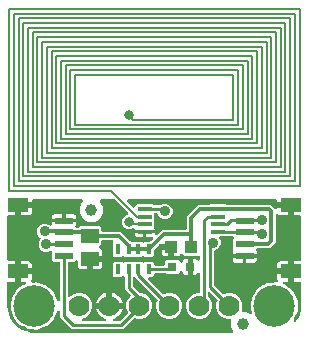
<source format=gbr>
G04 EAGLE Gerber RS-274X export*
G75*
%MOMM*%
%FSLAX34Y34*%
%LPD*%
%INTop Copper*%
%IPPOS*%
%AMOC8*
5,1,8,0,0,1.08239X$1,22.5*%
G01*
%ADD10R,1.500000X1.240000*%
%ADD11R,1.075000X1.000000*%
%ADD12R,0.450000X0.900000*%
%ADD13C,1.778000*%
%ADD14R,1.550000X0.600000*%
%ADD15R,1.800000X1.200000*%
%ADD16C,1.000000*%
%ADD17C,3.516000*%
%ADD18R,0.800000X0.800000*%
%ADD19R,1.200000X0.350000*%
%ADD20R,0.200000X0.200000*%
%ADD21C,0.200000*%
%ADD22C,0.889000*%
%ADD23C,0.254000*%
%ADD24C,0.304800*%
%ADD25C,0.203200*%
%ADD26C,0.800100*%

G36*
X192714Y2557D02*
X192714Y2557D01*
X192846Y2568D01*
X192872Y2577D01*
X192898Y2581D01*
X193021Y2629D01*
X193146Y2673D01*
X193169Y2688D01*
X193194Y2698D01*
X193301Y2775D01*
X193411Y2849D01*
X193429Y2869D01*
X193451Y2884D01*
X193536Y2987D01*
X193624Y3085D01*
X193637Y3109D01*
X193654Y3129D01*
X193711Y3249D01*
X193772Y3366D01*
X193778Y3393D01*
X193790Y3417D01*
X193814Y3547D01*
X193845Y3676D01*
X193844Y3703D01*
X193849Y3729D01*
X193841Y3861D01*
X193839Y3994D01*
X193831Y4020D01*
X193830Y4047D01*
X193789Y4173D01*
X193753Y4300D01*
X193736Y4335D01*
X193732Y4349D01*
X193720Y4368D01*
X193682Y4445D01*
X191929Y7480D01*
X191929Y13056D01*
X191943Y13128D01*
X191941Y13154D01*
X191945Y13180D01*
X191932Y13313D01*
X191923Y13445D01*
X191915Y13470D01*
X191912Y13497D01*
X191866Y13621D01*
X191825Y13747D01*
X191811Y13770D01*
X191802Y13795D01*
X191726Y13904D01*
X191655Y14016D01*
X191636Y14034D01*
X191620Y14056D01*
X191520Y14143D01*
X191423Y14234D01*
X191400Y14247D01*
X191380Y14264D01*
X191261Y14323D01*
X191145Y14388D01*
X191119Y14394D01*
X191095Y14406D01*
X190965Y14434D01*
X190837Y14467D01*
X190799Y14469D01*
X190784Y14473D01*
X190762Y14472D01*
X190676Y14477D01*
X188327Y14477D01*
X184313Y16140D01*
X181240Y19213D01*
X179577Y23227D01*
X179577Y27573D01*
X180448Y29674D01*
X180455Y29702D01*
X180469Y29728D01*
X180497Y29855D01*
X180531Y29980D01*
X180532Y30010D01*
X180538Y30039D01*
X180534Y30168D01*
X180537Y30298D01*
X180530Y30327D01*
X180529Y30357D01*
X180493Y30481D01*
X180462Y30608D01*
X180449Y30634D01*
X180440Y30662D01*
X180374Y30774D01*
X180314Y30889D01*
X180294Y30911D01*
X180279Y30936D01*
X180172Y31057D01*
X174379Y36850D01*
X174270Y36935D01*
X174163Y37024D01*
X174144Y37032D01*
X174128Y37045D01*
X174000Y37100D01*
X173875Y37159D01*
X173855Y37163D01*
X173836Y37171D01*
X173698Y37193D01*
X173562Y37219D01*
X173542Y37218D01*
X173522Y37221D01*
X173383Y37208D01*
X173245Y37199D01*
X173226Y37193D01*
X173206Y37191D01*
X173074Y37144D01*
X172943Y37101D01*
X172925Y37090D01*
X172906Y37083D01*
X172791Y37005D01*
X172674Y36931D01*
X172660Y36916D01*
X172643Y36905D01*
X172551Y36801D01*
X172456Y36699D01*
X172446Y36682D01*
X172433Y36666D01*
X172369Y36543D01*
X172302Y36421D01*
X172297Y36401D01*
X172288Y36383D01*
X172258Y36247D01*
X172223Y36113D01*
X172221Y36085D01*
X172218Y36073D01*
X172219Y36052D01*
X172213Y35952D01*
X172213Y34260D01*
X172225Y34162D01*
X172228Y34063D01*
X172235Y34040D01*
X172235Y34035D01*
X172245Y34004D01*
X172253Y33945D01*
X172289Y33852D01*
X172317Y33757D01*
X172347Y33705D01*
X172370Y33649D01*
X172428Y33569D01*
X172478Y33483D01*
X172544Y33408D01*
X172556Y33392D01*
X172566Y33384D01*
X172584Y33363D01*
X174360Y31587D01*
X176023Y27573D01*
X176023Y23227D01*
X174360Y19213D01*
X171287Y16140D01*
X167273Y14477D01*
X162927Y14477D01*
X158913Y16140D01*
X155840Y19213D01*
X154177Y23227D01*
X154177Y27573D01*
X155840Y31587D01*
X158913Y34660D01*
X162927Y36323D01*
X164338Y36323D01*
X164456Y36338D01*
X164575Y36345D01*
X164613Y36358D01*
X164654Y36363D01*
X164764Y36406D01*
X164877Y36443D01*
X164912Y36465D01*
X164949Y36480D01*
X165045Y36549D01*
X165146Y36613D01*
X165174Y36643D01*
X165207Y36666D01*
X165283Y36758D01*
X165364Y36845D01*
X165384Y36880D01*
X165409Y36911D01*
X165460Y37019D01*
X165518Y37123D01*
X165528Y37163D01*
X165545Y37199D01*
X165567Y37316D01*
X165597Y37431D01*
X165601Y37491D01*
X165605Y37511D01*
X165603Y37532D01*
X165607Y37592D01*
X165607Y52010D01*
X165590Y52148D01*
X165577Y52286D01*
X165570Y52305D01*
X165567Y52325D01*
X165516Y52455D01*
X165469Y52586D01*
X165458Y52602D01*
X165450Y52621D01*
X165369Y52734D01*
X165291Y52849D01*
X165275Y52862D01*
X165264Y52878D01*
X165156Y52967D01*
X165052Y53059D01*
X165034Y53068D01*
X165019Y53081D01*
X164893Y53141D01*
X164769Y53204D01*
X164749Y53208D01*
X164731Y53217D01*
X164594Y53243D01*
X164459Y53273D01*
X164438Y53273D01*
X164419Y53277D01*
X164280Y53268D01*
X164141Y53264D01*
X164121Y53258D01*
X164101Y53257D01*
X163969Y53214D01*
X163835Y53175D01*
X163818Y53165D01*
X163799Y53159D01*
X163681Y53085D01*
X163561Y53014D01*
X163540Y52995D01*
X163530Y52989D01*
X163516Y52974D01*
X163440Y52907D01*
X162920Y52387D01*
X162341Y52052D01*
X161694Y51879D01*
X159359Y51879D01*
X159359Y57690D01*
X159344Y57808D01*
X159337Y57927D01*
X159324Y57965D01*
X159319Y58005D01*
X159276Y58116D01*
X159239Y58229D01*
X159217Y58263D01*
X159202Y58301D01*
X159133Y58397D01*
X159122Y58414D01*
X159136Y58438D01*
X159161Y58470D01*
X159212Y58577D01*
X159270Y58682D01*
X159280Y58721D01*
X159297Y58757D01*
X159319Y58874D01*
X159349Y58990D01*
X159353Y59050D01*
X159357Y59070D01*
X159355Y59090D01*
X159359Y59150D01*
X159359Y64961D01*
X161694Y64961D01*
X162341Y64788D01*
X162920Y64453D01*
X163440Y63933D01*
X163550Y63847D01*
X163657Y63759D01*
X163676Y63750D01*
X163692Y63738D01*
X163820Y63682D01*
X163945Y63623D01*
X163965Y63619D01*
X163984Y63611D01*
X164122Y63589D01*
X164258Y63563D01*
X164278Y63565D01*
X164298Y63561D01*
X164437Y63575D01*
X164575Y63583D01*
X164594Y63589D01*
X164614Y63591D01*
X164745Y63638D01*
X164877Y63681D01*
X164895Y63692D01*
X164914Y63699D01*
X165028Y63777D01*
X165146Y63851D01*
X165160Y63866D01*
X165177Y63877D01*
X165269Y63981D01*
X165364Y64083D01*
X165374Y64101D01*
X165387Y64116D01*
X165450Y64239D01*
X165518Y64361D01*
X165523Y64381D01*
X165532Y64399D01*
X165562Y64535D01*
X165597Y64669D01*
X165599Y64697D01*
X165602Y64709D01*
X165601Y64730D01*
X165607Y64830D01*
X165607Y66628D01*
X165592Y66746D01*
X165585Y66865D01*
X165572Y66903D01*
X165567Y66944D01*
X165524Y67054D01*
X165487Y67167D01*
X165465Y67202D01*
X165450Y67239D01*
X165381Y67335D01*
X165317Y67436D01*
X165287Y67464D01*
X165264Y67497D01*
X165172Y67573D01*
X165085Y67654D01*
X165050Y67674D01*
X165019Y67699D01*
X164911Y67750D01*
X164807Y67808D01*
X164767Y67818D01*
X164731Y67835D01*
X164614Y67857D01*
X164499Y67887D01*
X164439Y67891D01*
X164419Y67895D01*
X164398Y67893D01*
X164338Y67897D01*
X152143Y67897D01*
X151000Y69040D01*
X150901Y69117D01*
X150806Y69200D01*
X150775Y69215D01*
X150749Y69235D01*
X150633Y69285D01*
X150521Y69341D01*
X150488Y69348D01*
X150457Y69362D01*
X150333Y69381D01*
X150210Y69408D01*
X150176Y69406D01*
X150143Y69411D01*
X150017Y69400D01*
X149892Y69394D01*
X149860Y69385D01*
X149826Y69382D01*
X149708Y69339D01*
X149587Y69303D01*
X149559Y69285D01*
X149527Y69274D01*
X149423Y69203D01*
X149315Y69138D01*
X149292Y69114D01*
X149264Y69095D01*
X149180Y69001D01*
X149092Y68911D01*
X149066Y68871D01*
X149053Y68857D01*
X149043Y68838D01*
X149003Y68777D01*
X148768Y68370D01*
X148295Y67897D01*
X147716Y67562D01*
X147069Y67389D01*
X143859Y67389D01*
X143859Y73700D01*
X143844Y73818D01*
X143837Y73937D01*
X143824Y73975D01*
X143819Y74015D01*
X143776Y74126D01*
X143739Y74239D01*
X143717Y74273D01*
X143702Y74311D01*
X143633Y74407D01*
X143569Y74508D01*
X143539Y74536D01*
X143516Y74568D01*
X143424Y74644D01*
X143337Y74726D01*
X143302Y74745D01*
X143271Y74771D01*
X143163Y74822D01*
X143059Y74879D01*
X143019Y74889D01*
X142983Y74907D01*
X142866Y74929D01*
X142751Y74959D01*
X142691Y74963D01*
X142671Y74966D01*
X142650Y74965D01*
X142590Y74969D01*
X141399Y74969D01*
X141399Y76160D01*
X141384Y76278D01*
X141377Y76397D01*
X141364Y76435D01*
X141359Y76476D01*
X141315Y76586D01*
X141279Y76699D01*
X141257Y76734D01*
X141242Y76771D01*
X141172Y76867D01*
X141109Y76968D01*
X141079Y76996D01*
X141055Y77029D01*
X140964Y77105D01*
X140877Y77186D01*
X140842Y77206D01*
X140810Y77231D01*
X140703Y77282D01*
X140598Y77340D01*
X140559Y77350D01*
X140523Y77367D01*
X140406Y77389D01*
X140290Y77419D01*
X140230Y77423D01*
X140210Y77427D01*
X140190Y77425D01*
X140130Y77429D01*
X132912Y77429D01*
X132889Y77449D01*
X132871Y77459D01*
X132856Y77471D01*
X132730Y77531D01*
X132606Y77594D01*
X132586Y77598D01*
X132568Y77607D01*
X132432Y77633D01*
X132296Y77664D01*
X132275Y77663D01*
X132256Y77667D01*
X132117Y77658D01*
X131978Y77654D01*
X131958Y77648D01*
X131938Y77647D01*
X131806Y77604D01*
X131672Y77566D01*
X131655Y77555D01*
X131636Y77549D01*
X131518Y77475D01*
X131398Y77404D01*
X131377Y77385D01*
X131367Y77379D01*
X131353Y77364D01*
X131278Y77298D01*
X126874Y72895D01*
X126814Y72816D01*
X126746Y72744D01*
X126717Y72691D01*
X126680Y72643D01*
X126640Y72552D01*
X126592Y72466D01*
X126577Y72407D01*
X126553Y72351D01*
X126538Y72253D01*
X126513Y72158D01*
X126507Y72058D01*
X126503Y72037D01*
X126505Y72025D01*
X126503Y71997D01*
X126503Y67928D01*
X125312Y66737D01*
X119128Y66737D01*
X118618Y67248D01*
X118524Y67321D01*
X118434Y67400D01*
X118398Y67418D01*
X118366Y67443D01*
X118257Y67490D01*
X118151Y67544D01*
X118112Y67553D01*
X118074Y67569D01*
X117957Y67588D01*
X117841Y67614D01*
X117800Y67613D01*
X117760Y67619D01*
X117642Y67608D01*
X117523Y67604D01*
X117484Y67593D01*
X117444Y67589D01*
X117332Y67549D01*
X117217Y67516D01*
X117182Y67495D01*
X117144Y67482D01*
X117046Y67415D01*
X116943Y67354D01*
X116898Y67314D01*
X116881Y67303D01*
X116868Y67288D01*
X116823Y67248D01*
X116312Y66737D01*
X110128Y66737D01*
X110118Y66748D01*
X110023Y66821D01*
X109934Y66900D01*
X109898Y66918D01*
X109866Y66943D01*
X109757Y66990D01*
X109651Y67044D01*
X109611Y67053D01*
X109574Y67069D01*
X109457Y67088D01*
X109341Y67114D01*
X109300Y67113D01*
X109260Y67119D01*
X109142Y67108D01*
X109023Y67104D01*
X108984Y67093D01*
X108944Y67089D01*
X108831Y67049D01*
X108717Y67016D01*
X108683Y66995D01*
X108644Y66982D01*
X108546Y66915D01*
X108443Y66854D01*
X108398Y66814D01*
X108381Y66803D01*
X108368Y66788D01*
X108323Y66748D01*
X108312Y66737D01*
X102128Y66737D01*
X101617Y67248D01*
X101523Y67321D01*
X101434Y67400D01*
X101398Y67418D01*
X101366Y67443D01*
X101257Y67490D01*
X101151Y67544D01*
X101112Y67553D01*
X101074Y67569D01*
X100957Y67588D01*
X100841Y67614D01*
X100800Y67613D01*
X100760Y67619D01*
X100642Y67608D01*
X100523Y67604D01*
X100484Y67593D01*
X100444Y67589D01*
X100332Y67549D01*
X100217Y67516D01*
X100182Y67495D01*
X100144Y67482D01*
X100046Y67415D01*
X99943Y67354D01*
X99898Y67314D01*
X99881Y67303D01*
X99868Y67288D01*
X99822Y67248D01*
X99312Y66737D01*
X93128Y66737D01*
X91937Y67928D01*
X91937Y78612D01*
X92032Y78706D01*
X92117Y78816D01*
X92206Y78923D01*
X92214Y78942D01*
X92227Y78958D01*
X92282Y79086D01*
X92341Y79211D01*
X92345Y79231D01*
X92353Y79250D01*
X92375Y79388D01*
X92401Y79524D01*
X92400Y79544D01*
X92403Y79564D01*
X92390Y79703D01*
X92381Y79841D01*
X92375Y79860D01*
X92373Y79880D01*
X92326Y80011D01*
X92283Y80143D01*
X92272Y80161D01*
X92266Y80180D01*
X92188Y80294D01*
X92113Y80412D01*
X92098Y80426D01*
X92087Y80443D01*
X91983Y80535D01*
X91881Y80630D01*
X91864Y80640D01*
X91849Y80653D01*
X91724Y80717D01*
X91603Y80784D01*
X91583Y80789D01*
X91565Y80798D01*
X91429Y80828D01*
X91295Y80863D01*
X91267Y80865D01*
X91255Y80868D01*
X91235Y80867D01*
X91134Y80873D01*
X83192Y80873D01*
X83074Y80858D01*
X82955Y80851D01*
X82917Y80838D01*
X82876Y80833D01*
X82766Y80790D01*
X82653Y80753D01*
X82618Y80731D01*
X82581Y80716D01*
X82485Y80647D01*
X82384Y80583D01*
X82356Y80553D01*
X82323Y80530D01*
X82247Y80438D01*
X82166Y80351D01*
X82146Y80316D01*
X82121Y80285D01*
X82070Y80177D01*
X82012Y80073D01*
X82002Y80033D01*
X81985Y79997D01*
X81963Y79880D01*
X81933Y79765D01*
X81929Y79705D01*
X81925Y79685D01*
X81927Y79664D01*
X81923Y79604D01*
X81923Y77388D01*
X80558Y76023D01*
X80481Y75924D01*
X80399Y75829D01*
X80384Y75799D01*
X80363Y75772D01*
X80313Y75657D01*
X80257Y75544D01*
X80250Y75511D01*
X80237Y75480D01*
X80217Y75356D01*
X80191Y75233D01*
X80192Y75199D01*
X80187Y75166D01*
X80198Y75041D01*
X80204Y74915D01*
X80213Y74883D01*
X80217Y74849D01*
X80259Y74731D01*
X80295Y74611D01*
X80313Y74582D01*
X80324Y74550D01*
X80395Y74446D01*
X80460Y74338D01*
X80484Y74315D01*
X80503Y74287D01*
X80597Y74204D01*
X80687Y74116D01*
X80727Y74089D01*
X80741Y74076D01*
X80761Y74066D01*
X80821Y74026D01*
X81450Y73663D01*
X81923Y73190D01*
X82258Y72611D01*
X82431Y71964D01*
X82431Y67969D01*
X73660Y67969D01*
X73542Y67954D01*
X73423Y67947D01*
X73385Y67934D01*
X73345Y67929D01*
X73234Y67885D01*
X73121Y67849D01*
X73086Y67827D01*
X73049Y67812D01*
X72953Y67742D01*
X72852Y67679D01*
X72824Y67649D01*
X72792Y67625D01*
X72716Y67534D01*
X72634Y67447D01*
X72615Y67412D01*
X72589Y67380D01*
X72538Y67273D01*
X72481Y67169D01*
X72470Y67129D01*
X72453Y67093D01*
X72431Y66976D01*
X72401Y66861D01*
X72397Y66800D01*
X72393Y66780D01*
X72395Y66760D01*
X72391Y66700D01*
X72391Y65429D01*
X71120Y65429D01*
X71002Y65414D01*
X70883Y65407D01*
X70845Y65394D01*
X70805Y65389D01*
X70694Y65345D01*
X70581Y65309D01*
X70546Y65287D01*
X70509Y65272D01*
X70413Y65202D01*
X70312Y65139D01*
X70284Y65109D01*
X70251Y65085D01*
X70176Y64994D01*
X70094Y64907D01*
X70074Y64872D01*
X70049Y64840D01*
X69998Y64733D01*
X69940Y64629D01*
X69930Y64589D01*
X69913Y64553D01*
X69891Y64436D01*
X69861Y64321D01*
X69857Y64260D01*
X69853Y64240D01*
X69855Y64220D01*
X69851Y64160D01*
X69851Y56689D01*
X64556Y56689D01*
X63909Y56862D01*
X63330Y57197D01*
X62857Y57670D01*
X62522Y58249D01*
X62349Y58896D01*
X62349Y62670D01*
X62332Y62808D01*
X62319Y62947D01*
X62312Y62966D01*
X62309Y62986D01*
X62258Y63115D01*
X62211Y63246D01*
X62200Y63263D01*
X62192Y63282D01*
X62111Y63394D01*
X62033Y63509D01*
X62017Y63522D01*
X62006Y63539D01*
X61898Y63628D01*
X61794Y63720D01*
X61776Y63729D01*
X61761Y63742D01*
X61635Y63801D01*
X61511Y63864D01*
X61491Y63869D01*
X61473Y63877D01*
X61336Y63903D01*
X61201Y63934D01*
X61180Y63933D01*
X61161Y63937D01*
X61022Y63928D01*
X60883Y63924D01*
X60863Y63919D01*
X60843Y63917D01*
X60711Y63875D01*
X60577Y63836D01*
X60560Y63825D01*
X60541Y63819D01*
X60423Y63745D01*
X60303Y63674D01*
X60282Y63656D01*
X60272Y63649D01*
X60258Y63634D01*
X60183Y63568D01*
X59132Y62517D01*
X55112Y62517D01*
X54994Y62502D01*
X54875Y62495D01*
X54837Y62482D01*
X54796Y62477D01*
X54686Y62434D01*
X54573Y62397D01*
X54538Y62375D01*
X54501Y62360D01*
X54405Y62291D01*
X54304Y62227D01*
X54276Y62197D01*
X54243Y62174D01*
X54167Y62082D01*
X54086Y61995D01*
X54066Y61960D01*
X54041Y61929D01*
X53990Y61821D01*
X53932Y61717D01*
X53922Y61677D01*
X53905Y61641D01*
X53883Y61524D01*
X53853Y61409D01*
X53849Y61349D01*
X53845Y61329D01*
X53847Y61308D01*
X53843Y61248D01*
X53843Y34254D01*
X53860Y34118D01*
X53865Y34035D01*
X53869Y34023D01*
X53873Y33978D01*
X53880Y33959D01*
X53883Y33938D01*
X53934Y33809D01*
X53981Y33678D01*
X53992Y33662D01*
X54000Y33643D01*
X54081Y33531D01*
X54159Y33415D01*
X54175Y33402D01*
X54186Y33385D01*
X54294Y33297D01*
X54398Y33205D01*
X54416Y33196D01*
X54431Y33183D01*
X54557Y33123D01*
X54681Y33060D01*
X54701Y33056D01*
X54719Y33047D01*
X54856Y33021D01*
X54991Y32991D01*
X55012Y32991D01*
X55031Y32987D01*
X55170Y32996D01*
X55309Y33000D01*
X55329Y33006D01*
X55349Y33007D01*
X55481Y33050D01*
X55615Y33089D01*
X55632Y33099D01*
X55651Y33105D01*
X55731Y33156D01*
X55741Y33160D01*
X55766Y33178D01*
X55769Y33180D01*
X55889Y33250D01*
X55910Y33269D01*
X55920Y33275D01*
X55934Y33290D01*
X55996Y33345D01*
X55999Y33346D01*
X56000Y33348D01*
X56009Y33357D01*
X57313Y34660D01*
X61327Y36323D01*
X65673Y36323D01*
X69687Y34660D01*
X72760Y31587D01*
X74423Y27573D01*
X74423Y23227D01*
X72760Y19213D01*
X69687Y16140D01*
X66052Y14635D01*
X65992Y14600D01*
X65927Y14574D01*
X65854Y14522D01*
X65776Y14477D01*
X65726Y14429D01*
X65670Y14388D01*
X65612Y14318D01*
X65548Y14256D01*
X65511Y14196D01*
X65467Y14143D01*
X65429Y14061D01*
X65382Y13985D01*
X65361Y13918D01*
X65331Y13855D01*
X65314Y13767D01*
X65288Y13681D01*
X65285Y13611D01*
X65272Y13542D01*
X65277Y13453D01*
X65273Y13363D01*
X65287Y13295D01*
X65291Y13225D01*
X65319Y13140D01*
X65337Y13052D01*
X65368Y12989D01*
X65389Y12923D01*
X65437Y12847D01*
X65477Y12766D01*
X65522Y12713D01*
X65559Y12654D01*
X65625Y12592D01*
X65683Y12524D01*
X65740Y12484D01*
X65791Y12436D01*
X65870Y12393D01*
X65943Y12341D01*
X66009Y12316D01*
X66070Y12282D01*
X66156Y12260D01*
X66241Y12228D01*
X66310Y12220D01*
X66378Y12203D01*
X66538Y12193D01*
X84543Y12193D01*
X84662Y12208D01*
X84781Y12215D01*
X84819Y12228D01*
X84859Y12233D01*
X84970Y12276D01*
X85084Y12313D01*
X85118Y12335D01*
X85155Y12350D01*
X85251Y12420D01*
X85352Y12484D01*
X85380Y12513D01*
X85412Y12536D01*
X85488Y12628D01*
X85570Y12715D01*
X85589Y12751D01*
X85615Y12781D01*
X85666Y12889D01*
X85723Y12994D01*
X85733Y13033D01*
X85750Y13069D01*
X85773Y13186D01*
X85803Y13302D01*
X85803Y13342D01*
X85810Y13381D01*
X85803Y13501D01*
X85803Y13620D01*
X85793Y13659D01*
X85790Y13699D01*
X85754Y13812D01*
X85724Y13928D01*
X85705Y13963D01*
X85692Y14001D01*
X85629Y14102D01*
X85571Y14207D01*
X85544Y14236D01*
X85522Y14270D01*
X85435Y14352D01*
X85354Y14439D01*
X85320Y14461D01*
X85291Y14488D01*
X85186Y14546D01*
X85085Y14610D01*
X85030Y14632D01*
X85012Y14642D01*
X84992Y14647D01*
X84936Y14669D01*
X84512Y14807D01*
X82909Y15623D01*
X81453Y16681D01*
X80181Y17953D01*
X79123Y19409D01*
X78307Y21012D01*
X77751Y22723D01*
X77723Y22901D01*
X87670Y22901D01*
X87788Y22916D01*
X87907Y22923D01*
X87945Y22935D01*
X87985Y22941D01*
X88096Y22984D01*
X88209Y23021D01*
X88243Y23043D01*
X88281Y23058D01*
X88377Y23127D01*
X88478Y23191D01*
X88506Y23221D01*
X88538Y23244D01*
X88614Y23336D01*
X88696Y23423D01*
X88715Y23458D01*
X88741Y23489D01*
X88792Y23597D01*
X88849Y23701D01*
X88859Y23741D01*
X88877Y23777D01*
X88897Y23884D01*
X88901Y23854D01*
X88945Y23744D01*
X88981Y23631D01*
X89003Y23596D01*
X89018Y23559D01*
X89088Y23462D01*
X89151Y23362D01*
X89181Y23334D01*
X89205Y23301D01*
X89296Y23225D01*
X89383Y23144D01*
X89418Y23124D01*
X89450Y23099D01*
X89557Y23048D01*
X89662Y22990D01*
X89701Y22980D01*
X89737Y22963D01*
X89854Y22941D01*
X89970Y22911D01*
X90030Y22907D01*
X90050Y22903D01*
X90070Y22905D01*
X90130Y22901D01*
X100077Y22901D01*
X100049Y22723D01*
X99493Y21012D01*
X98677Y19409D01*
X97619Y17953D01*
X96347Y16681D01*
X94891Y15623D01*
X93288Y14807D01*
X92864Y14669D01*
X92756Y14618D01*
X92645Y14574D01*
X92613Y14551D01*
X92577Y14534D01*
X92484Y14458D01*
X92388Y14388D01*
X92362Y14357D01*
X92332Y14331D01*
X92261Y14235D01*
X92185Y14143D01*
X92168Y14106D01*
X92144Y14074D01*
X92100Y13962D01*
X92050Y13855D01*
X92042Y13816D01*
X92027Y13778D01*
X92012Y13660D01*
X91990Y13542D01*
X91992Y13503D01*
X91987Y13463D01*
X92002Y13344D01*
X92010Y13225D01*
X92022Y13187D01*
X92027Y13147D01*
X92071Y13036D01*
X92108Y12923D01*
X92129Y12889D01*
X92144Y12851D01*
X92214Y12755D01*
X92278Y12654D01*
X92307Y12626D01*
X92330Y12594D01*
X92422Y12518D01*
X92509Y12436D01*
X92544Y12417D01*
X92575Y12391D01*
X92683Y12340D01*
X92788Y12282D01*
X92827Y12272D01*
X92863Y12255D01*
X92980Y12233D01*
X93096Y12203D01*
X93155Y12199D01*
X93175Y12195D01*
X93196Y12197D01*
X93257Y12193D01*
X97166Y12193D01*
X97264Y12205D01*
X97363Y12208D01*
X97422Y12225D01*
X97482Y12233D01*
X97574Y12269D01*
X97669Y12297D01*
X97721Y12327D01*
X97777Y12350D01*
X97857Y12408D01*
X97943Y12458D01*
X98018Y12524D01*
X98035Y12536D01*
X98043Y12546D01*
X98064Y12564D01*
X104344Y18845D01*
X104362Y18868D01*
X104385Y18888D01*
X104460Y18994D01*
X104539Y19096D01*
X104551Y19123D01*
X104568Y19148D01*
X104614Y19269D01*
X104666Y19388D01*
X104670Y19417D01*
X104681Y19445D01*
X104695Y19574D01*
X104715Y19702D01*
X104713Y19732D01*
X104716Y19761D01*
X104698Y19890D01*
X104686Y20019D01*
X104676Y20047D01*
X104672Y20076D01*
X104619Y20228D01*
X103377Y23227D01*
X103377Y27573D01*
X105040Y31587D01*
X106519Y33066D01*
X106592Y33160D01*
X106670Y33249D01*
X106689Y33285D01*
X106714Y33317D01*
X106761Y33426D01*
X106815Y33532D01*
X106824Y33572D01*
X106840Y33609D01*
X106859Y33727D01*
X106885Y33842D01*
X106883Y33883D01*
X106890Y33923D01*
X106879Y34041D01*
X106875Y34160D01*
X106864Y34199D01*
X106860Y34239D01*
X106820Y34352D01*
X106787Y34466D01*
X106766Y34501D01*
X106752Y34539D01*
X106685Y34637D01*
X106625Y34740D01*
X106585Y34785D01*
X106574Y34802D01*
X106558Y34815D01*
X106519Y34861D01*
X101917Y39462D01*
X101917Y49278D01*
X101900Y49416D01*
X101887Y49555D01*
X101880Y49574D01*
X101877Y49594D01*
X101826Y49723D01*
X101779Y49854D01*
X101768Y49871D01*
X101760Y49890D01*
X101679Y50002D01*
X101601Y50117D01*
X101585Y50130D01*
X101574Y50147D01*
X101466Y50236D01*
X101362Y50328D01*
X101344Y50337D01*
X101329Y50350D01*
X101203Y50409D01*
X101079Y50472D01*
X101059Y50477D01*
X101041Y50485D01*
X100904Y50511D01*
X100769Y50542D01*
X100748Y50541D01*
X100729Y50545D01*
X100590Y50536D01*
X100451Y50532D01*
X100431Y50527D01*
X100411Y50525D01*
X100279Y50483D01*
X100145Y50444D01*
X100128Y50433D01*
X100109Y50427D01*
X99991Y50353D01*
X99871Y50282D01*
X99850Y50264D01*
X99840Y50257D01*
X99826Y50242D01*
X99751Y50176D01*
X99312Y49737D01*
X93128Y49737D01*
X91937Y50928D01*
X91937Y61612D01*
X93128Y62803D01*
X99312Y62803D01*
X99823Y62292D01*
X99917Y62219D01*
X100006Y62140D01*
X100042Y62122D01*
X100074Y62097D01*
X100183Y62050D01*
X100289Y61996D01*
X100328Y61987D01*
X100366Y61971D01*
X100483Y61952D01*
X100599Y61926D01*
X100640Y61927D01*
X100680Y61921D01*
X100798Y61932D01*
X100917Y61936D01*
X100956Y61947D01*
X100996Y61951D01*
X101108Y61991D01*
X101223Y62024D01*
X101258Y62045D01*
X101296Y62058D01*
X101394Y62125D01*
X101497Y62186D01*
X101542Y62226D01*
X101559Y62237D01*
X101572Y62252D01*
X101618Y62292D01*
X102128Y62803D01*
X108312Y62803D01*
X108323Y62792D01*
X108417Y62719D01*
X108506Y62640D01*
X108542Y62622D01*
X108574Y62597D01*
X108683Y62550D01*
X108789Y62496D01*
X108829Y62487D01*
X108866Y62471D01*
X108983Y62452D01*
X109099Y62426D01*
X109140Y62427D01*
X109180Y62421D01*
X109299Y62432D01*
X109417Y62436D01*
X109456Y62447D01*
X109496Y62451D01*
X109608Y62491D01*
X109723Y62524D01*
X109758Y62545D01*
X109796Y62558D01*
X109894Y62625D01*
X109997Y62686D01*
X110042Y62726D01*
X110059Y62737D01*
X110072Y62752D01*
X110118Y62792D01*
X110128Y62803D01*
X116312Y62803D01*
X116823Y62292D01*
X116917Y62219D01*
X117006Y62140D01*
X117042Y62122D01*
X117074Y62097D01*
X117183Y62050D01*
X117289Y61996D01*
X117328Y61987D01*
X117366Y61971D01*
X117483Y61952D01*
X117599Y61926D01*
X117640Y61927D01*
X117680Y61921D01*
X117798Y61932D01*
X117917Y61936D01*
X117956Y61947D01*
X117996Y61951D01*
X118108Y61991D01*
X118223Y62024D01*
X118258Y62045D01*
X118296Y62058D01*
X118394Y62125D01*
X118497Y62186D01*
X118542Y62226D01*
X118559Y62237D01*
X118572Y62252D01*
X118618Y62292D01*
X119128Y62803D01*
X125312Y62803D01*
X126503Y61612D01*
X126503Y60842D01*
X126518Y60724D01*
X126525Y60605D01*
X126538Y60567D01*
X126543Y60526D01*
X126586Y60416D01*
X126623Y60303D01*
X126645Y60268D01*
X126660Y60231D01*
X126729Y60135D01*
X126793Y60034D01*
X126823Y60006D01*
X126846Y59973D01*
X126938Y59897D01*
X127025Y59816D01*
X127060Y59796D01*
X127091Y59771D01*
X127199Y59720D01*
X127303Y59662D01*
X127343Y59652D01*
X127379Y59635D01*
X127496Y59613D01*
X127611Y59583D01*
X127671Y59579D01*
X127691Y59575D01*
X127712Y59577D01*
X127772Y59573D01*
X135058Y59573D01*
X135176Y59588D01*
X135295Y59595D01*
X135333Y59608D01*
X135374Y59613D01*
X135484Y59656D01*
X135597Y59693D01*
X135632Y59715D01*
X135669Y59730D01*
X135765Y59799D01*
X135866Y59863D01*
X135894Y59893D01*
X135927Y59916D01*
X136003Y60008D01*
X136084Y60095D01*
X136104Y60130D01*
X136129Y60161D01*
X136180Y60269D01*
X136238Y60373D01*
X136248Y60413D01*
X136265Y60449D01*
X136287Y60566D01*
X136317Y60681D01*
X136321Y60741D01*
X136325Y60761D01*
X136323Y60782D01*
X136327Y60842D01*
X136327Y63262D01*
X137518Y64453D01*
X147202Y64453D01*
X148404Y63251D01*
X148412Y63188D01*
X148429Y63037D01*
X148432Y63031D01*
X148433Y63024D01*
X148489Y62881D01*
X148543Y62740D01*
X148547Y62734D01*
X148550Y62728D01*
X148639Y62604D01*
X148727Y62481D01*
X148732Y62476D01*
X148736Y62471D01*
X148855Y62373D01*
X148970Y62275D01*
X148976Y62272D01*
X148981Y62268D01*
X149119Y62203D01*
X149256Y62137D01*
X149263Y62135D01*
X149269Y62132D01*
X149417Y62104D01*
X149568Y62074D01*
X149575Y62074D01*
X149581Y62073D01*
X149733Y62082D01*
X149886Y62090D01*
X149892Y62092D01*
X149899Y62092D01*
X150043Y62139D01*
X150189Y62185D01*
X150195Y62188D01*
X150201Y62190D01*
X150330Y62272D01*
X150460Y62352D01*
X150464Y62357D01*
X150470Y62361D01*
X150574Y62471D01*
X150680Y62581D01*
X150683Y62587D01*
X150688Y62592D01*
X150762Y62726D01*
X150837Y62858D01*
X150839Y62867D01*
X150842Y62871D01*
X150844Y62881D01*
X150888Y63011D01*
X150992Y63401D01*
X151327Y63980D01*
X151800Y64453D01*
X152379Y64788D01*
X153026Y64961D01*
X155361Y64961D01*
X155361Y59150D01*
X155376Y59032D01*
X155383Y58913D01*
X155395Y58875D01*
X155401Y58835D01*
X155444Y58724D01*
X155481Y58611D01*
X155503Y58577D01*
X155518Y58539D01*
X155587Y58443D01*
X155598Y58426D01*
X155584Y58402D01*
X155559Y58370D01*
X155508Y58263D01*
X155450Y58158D01*
X155440Y58119D01*
X155423Y58083D01*
X155401Y57966D01*
X155371Y57850D01*
X155367Y57790D01*
X155363Y57770D01*
X155365Y57750D01*
X155361Y57690D01*
X155361Y51879D01*
X153026Y51879D01*
X152379Y52052D01*
X151800Y52387D01*
X151327Y52860D01*
X150992Y53439D01*
X150888Y53829D01*
X150831Y53969D01*
X150774Y54112D01*
X150770Y54117D01*
X150768Y54124D01*
X150677Y54246D01*
X150588Y54369D01*
X150582Y54374D01*
X150578Y54379D01*
X150460Y54475D01*
X150343Y54572D01*
X150336Y54575D01*
X150331Y54579D01*
X150191Y54643D01*
X150055Y54708D01*
X150048Y54709D01*
X150042Y54712D01*
X149891Y54739D01*
X149742Y54767D01*
X149736Y54767D01*
X149729Y54768D01*
X149577Y54757D01*
X149425Y54748D01*
X149419Y54746D01*
X149412Y54745D01*
X149267Y54696D01*
X149123Y54650D01*
X149117Y54646D01*
X149110Y54644D01*
X148983Y54561D01*
X148854Y54479D01*
X148849Y54474D01*
X148844Y54471D01*
X148740Y54359D01*
X148636Y54248D01*
X148633Y54242D01*
X148628Y54237D01*
X148555Y54102D01*
X148482Y53969D01*
X148481Y53963D01*
X148478Y53957D01*
X148441Y53809D01*
X148403Y53661D01*
X148402Y53652D01*
X148401Y53648D01*
X148401Y53637D01*
X148398Y53583D01*
X147202Y52387D01*
X137518Y52387D01*
X137310Y52596D01*
X137231Y52656D01*
X137159Y52724D01*
X137106Y52753D01*
X137058Y52790D01*
X136968Y52830D01*
X136881Y52878D01*
X136822Y52893D01*
X136767Y52917D01*
X136669Y52932D01*
X136573Y52957D01*
X136473Y52963D01*
X136453Y52967D01*
X136440Y52965D01*
X136412Y52967D01*
X127772Y52967D01*
X127654Y52952D01*
X127535Y52945D01*
X127497Y52932D01*
X127456Y52927D01*
X127346Y52884D01*
X127233Y52847D01*
X127198Y52825D01*
X127161Y52810D01*
X127065Y52741D01*
X126964Y52677D01*
X126936Y52647D01*
X126903Y52624D01*
X126827Y52532D01*
X126746Y52445D01*
X126726Y52410D01*
X126701Y52379D01*
X126650Y52271D01*
X126592Y52167D01*
X126582Y52127D01*
X126565Y52091D01*
X126543Y51974D01*
X126513Y51859D01*
X126509Y51799D01*
X126505Y51779D01*
X126507Y51758D01*
X126503Y51698D01*
X126503Y50928D01*
X125312Y49737D01*
X123098Y49737D01*
X122960Y49720D01*
X122821Y49707D01*
X122802Y49700D01*
X122782Y49697D01*
X122653Y49646D01*
X122522Y49599D01*
X122505Y49588D01*
X122487Y49580D01*
X122374Y49499D01*
X122259Y49421D01*
X122246Y49405D01*
X122229Y49394D01*
X122140Y49286D01*
X122048Y49182D01*
X122039Y49164D01*
X122026Y49149D01*
X121967Y49023D01*
X121904Y48899D01*
X121899Y48879D01*
X121891Y48861D01*
X121865Y48725D01*
X121834Y48589D01*
X121835Y48568D01*
X121831Y48549D01*
X121840Y48410D01*
X121844Y48271D01*
X121850Y48251D01*
X121851Y48231D01*
X121894Y48099D01*
X121932Y47965D01*
X121943Y47948D01*
X121949Y47929D01*
X122023Y47811D01*
X122094Y47691D01*
X122112Y47670D01*
X122119Y47660D01*
X122134Y47646D01*
X122200Y47571D01*
X134043Y35728D01*
X134067Y35709D01*
X134086Y35687D01*
X134192Y35612D01*
X134294Y35533D01*
X134322Y35521D01*
X134346Y35504D01*
X134467Y35458D01*
X134586Y35406D01*
X134615Y35402D01*
X134643Y35391D01*
X134772Y35377D01*
X134900Y35356D01*
X134930Y35359D01*
X134959Y35356D01*
X135088Y35374D01*
X135217Y35386D01*
X135245Y35396D01*
X135274Y35400D01*
X135426Y35452D01*
X137527Y36323D01*
X141873Y36323D01*
X145887Y34660D01*
X148960Y31587D01*
X150623Y27573D01*
X150623Y23227D01*
X148960Y19213D01*
X145887Y16140D01*
X141873Y14477D01*
X137527Y14477D01*
X133513Y16140D01*
X130440Y19213D01*
X128777Y23227D01*
X128777Y27573D01*
X129648Y29674D01*
X129655Y29702D01*
X129669Y29728D01*
X129697Y29855D01*
X129731Y29980D01*
X129732Y30010D01*
X129738Y30039D01*
X129734Y30168D01*
X129737Y30298D01*
X129730Y30327D01*
X129729Y30357D01*
X129693Y30481D01*
X129662Y30608D01*
X129649Y30634D01*
X129640Y30662D01*
X129574Y30774D01*
X129514Y30889D01*
X129494Y30911D01*
X129479Y30936D01*
X129372Y31057D01*
X111064Y49366D01*
X110985Y49426D01*
X110913Y49494D01*
X110860Y49523D01*
X110812Y49560D01*
X110721Y49600D01*
X110635Y49648D01*
X110576Y49663D01*
X110521Y49687D01*
X110423Y49702D01*
X110327Y49727D01*
X110227Y49733D01*
X110206Y49737D01*
X110194Y49735D01*
X110166Y49737D01*
X109792Y49737D01*
X109674Y49722D01*
X109555Y49715D01*
X109517Y49702D01*
X109476Y49697D01*
X109366Y49654D01*
X109253Y49617D01*
X109218Y49595D01*
X109181Y49580D01*
X109085Y49511D01*
X108984Y49447D01*
X108956Y49417D01*
X108923Y49394D01*
X108847Y49302D01*
X108766Y49215D01*
X108746Y49180D01*
X108721Y49149D01*
X108670Y49041D01*
X108612Y48937D01*
X108602Y48897D01*
X108585Y48861D01*
X108563Y48744D01*
X108533Y48629D01*
X108529Y48569D01*
X108525Y48549D01*
X108527Y48528D01*
X108523Y48468D01*
X108523Y42724D01*
X108535Y42626D01*
X108538Y42527D01*
X108555Y42468D01*
X108563Y42408D01*
X108599Y42316D01*
X108627Y42221D01*
X108657Y42169D01*
X108680Y42113D01*
X108738Y42033D01*
X108788Y41947D01*
X108854Y41872D01*
X108866Y41855D01*
X108876Y41847D01*
X108894Y41826D01*
X114026Y36694D01*
X114105Y36634D01*
X114177Y36566D01*
X114230Y36537D01*
X114278Y36500D01*
X114369Y36460D01*
X114455Y36412D01*
X114514Y36397D01*
X114569Y36373D01*
X114667Y36358D01*
X114763Y36333D01*
X114863Y36327D01*
X114883Y36323D01*
X114896Y36325D01*
X114924Y36323D01*
X116473Y36323D01*
X120487Y34660D01*
X123560Y31587D01*
X125223Y27573D01*
X125223Y23227D01*
X123560Y19213D01*
X120487Y16140D01*
X116473Y14477D01*
X112127Y14477D01*
X110924Y14976D01*
X110896Y14983D01*
X110870Y14997D01*
X110743Y15025D01*
X110618Y15059D01*
X110588Y15060D01*
X110559Y15066D01*
X110430Y15062D01*
X110300Y15065D01*
X110271Y15058D01*
X110241Y15057D01*
X110117Y15021D01*
X109990Y14990D01*
X109964Y14977D01*
X109936Y14968D01*
X109824Y14903D01*
X109709Y14842D01*
X109687Y14822D01*
X109662Y14807D01*
X109541Y14700D01*
X100428Y5587D01*
X57052Y5587D01*
X47237Y15402D01*
X47237Y20060D01*
X47231Y20113D01*
X47233Y20166D01*
X47211Y20270D01*
X47197Y20376D01*
X47178Y20425D01*
X47167Y20477D01*
X47120Y20573D01*
X47080Y20672D01*
X47049Y20715D01*
X47025Y20762D01*
X46956Y20843D01*
X46894Y20929D01*
X46852Y20963D01*
X46818Y21003D01*
X46731Y21064D01*
X46649Y21132D01*
X46600Y21154D01*
X46557Y21185D01*
X46457Y21222D01*
X46361Y21267D01*
X46309Y21277D01*
X46259Y21296D01*
X46153Y21307D01*
X46049Y21327D01*
X45995Y21324D01*
X45943Y21329D01*
X45837Y21314D01*
X45731Y21307D01*
X45681Y21291D01*
X45628Y21283D01*
X45530Y21242D01*
X45429Y21209D01*
X45384Y21181D01*
X45335Y21160D01*
X45250Y21096D01*
X45160Y21039D01*
X45123Y21000D01*
X45081Y20968D01*
X45015Y20885D01*
X44942Y20807D01*
X44916Y20761D01*
X44883Y20719D01*
X44808Y20577D01*
X42263Y14859D01*
X42260Y14849D01*
X42250Y14829D01*
X41994Y14211D01*
X41975Y14187D01*
X41970Y14179D01*
X41968Y14175D01*
X41963Y14164D01*
X41900Y14044D01*
X41687Y13566D01*
X37853Y10114D01*
X37841Y10100D01*
X37805Y10068D01*
X36510Y8773D01*
X36441Y8745D01*
X36324Y8678D01*
X36204Y8615D01*
X36177Y8594D01*
X36165Y8587D01*
X36150Y8572D01*
X36078Y8515D01*
X35466Y7965D01*
X31302Y6612D01*
X31283Y6603D01*
X31209Y6577D01*
X29301Y5787D01*
X28965Y5787D01*
X28847Y5772D01*
X28729Y5765D01*
X28670Y5750D01*
X28650Y5747D01*
X28631Y5740D01*
X28573Y5725D01*
X27504Y5378D01*
X23676Y5780D01*
X23658Y5780D01*
X23543Y5787D01*
X21499Y5787D01*
X20951Y6014D01*
X20852Y6041D01*
X20757Y6077D01*
X20665Y6092D01*
X20644Y6098D01*
X20631Y6098D01*
X20598Y6104D01*
X19416Y6228D01*
X19390Y6227D01*
X19364Y6232D01*
X19231Y6224D01*
X19173Y6223D01*
X19147Y6250D01*
X19125Y6265D01*
X19106Y6283D01*
X18972Y6372D01*
X16215Y7964D01*
X16212Y7965D01*
X16210Y7967D01*
X16066Y8038D01*
X14290Y8773D01*
X13693Y9370D01*
X13626Y9422D01*
X13565Y9483D01*
X13451Y9558D01*
X13442Y9565D01*
X13438Y9567D01*
X13431Y9572D01*
X11929Y10439D01*
X10139Y12903D01*
X10126Y12917D01*
X10116Y12933D01*
X10009Y13054D01*
X8773Y14290D01*
X8357Y15296D01*
X8322Y15356D01*
X8297Y15420D01*
X8211Y15556D01*
X7008Y17211D01*
X6447Y19849D01*
X6436Y19883D01*
X6431Y19919D01*
X6379Y20071D01*
X5787Y21499D01*
X5787Y22822D01*
X5781Y22874D01*
X5783Y22926D01*
X5760Y23086D01*
X5268Y25400D01*
X5760Y27714D01*
X5764Y27767D01*
X5777Y27817D01*
X5787Y27978D01*
X5787Y29301D01*
X6379Y30729D01*
X6388Y30763D01*
X6404Y30795D01*
X6447Y30951D01*
X7008Y33589D01*
X8211Y35244D01*
X8244Y35305D01*
X8286Y35360D01*
X8357Y35504D01*
X8773Y36510D01*
X10009Y37746D01*
X10021Y37761D01*
X10036Y37773D01*
X10139Y37897D01*
X11929Y40361D01*
X13431Y41228D01*
X13499Y41280D01*
X13573Y41324D01*
X13675Y41414D01*
X13684Y41421D01*
X13687Y41424D01*
X13693Y41430D01*
X14290Y42027D01*
X16066Y42762D01*
X16068Y42764D01*
X16071Y42764D01*
X16215Y42836D01*
X17609Y43641D01*
X17725Y43729D01*
X17843Y43814D01*
X17852Y43825D01*
X17862Y43833D01*
X17953Y43947D01*
X18046Y44059D01*
X18052Y44072D01*
X18060Y44082D01*
X18120Y44216D01*
X18181Y44347D01*
X18184Y44360D01*
X18190Y44373D01*
X18214Y44517D01*
X18241Y44660D01*
X18240Y44673D01*
X18243Y44686D01*
X18230Y44832D01*
X18221Y44977D01*
X18217Y44990D01*
X18216Y45003D01*
X18168Y45141D01*
X18123Y45279D01*
X18116Y45291D01*
X18112Y45304D01*
X18031Y45425D01*
X17953Y45548D01*
X17943Y45557D01*
X17936Y45569D01*
X17828Y45666D01*
X17722Y45766D01*
X17710Y45773D01*
X17700Y45782D01*
X17571Y45849D01*
X17443Y45920D01*
X17430Y45923D01*
X17418Y45929D01*
X17276Y45963D01*
X17135Y45999D01*
X17117Y46000D01*
X17109Y46002D01*
X17091Y46002D01*
X16975Y46009D01*
X14079Y46009D01*
X14079Y52011D01*
X23081Y52011D01*
X23081Y48216D01*
X22908Y47569D01*
X22536Y46926D01*
X22521Y46890D01*
X22499Y46857D01*
X22459Y46743D01*
X22413Y46633D01*
X22407Y46594D01*
X22394Y46556D01*
X22384Y46437D01*
X22367Y46319D01*
X22371Y46279D01*
X22367Y46239D01*
X22387Y46121D01*
X22400Y46002D01*
X22414Y45965D01*
X22420Y45926D01*
X22469Y45816D01*
X22510Y45704D01*
X22533Y45671D01*
X22549Y45635D01*
X22623Y45541D01*
X22692Y45443D01*
X22722Y45417D01*
X22747Y45386D01*
X22842Y45313D01*
X22932Y45235D01*
X22968Y45217D01*
X23000Y45193D01*
X23110Y45147D01*
X23217Y45093D01*
X23256Y45085D01*
X23293Y45070D01*
X23411Y45052D01*
X23528Y45027D01*
X23568Y45029D01*
X23607Y45023D01*
X23768Y45029D01*
X27504Y45422D01*
X28573Y45075D01*
X28690Y45053D01*
X28805Y45023D01*
X28865Y45019D01*
X28885Y45015D01*
X28906Y45017D01*
X28965Y45013D01*
X29301Y45013D01*
X31209Y44222D01*
X31230Y44217D01*
X31303Y44188D01*
X35466Y42835D01*
X36078Y42285D01*
X36189Y42207D01*
X36297Y42126D01*
X36327Y42111D01*
X36339Y42103D01*
X36359Y42096D01*
X36441Y42055D01*
X36510Y42027D01*
X37805Y40732D01*
X37819Y40721D01*
X37853Y40686D01*
X41687Y37234D01*
X41900Y36756D01*
X41979Y36626D01*
X42250Y35971D01*
X42255Y35962D01*
X42263Y35941D01*
X44808Y30223D01*
X44836Y30178D01*
X44856Y30128D01*
X44918Y30042D01*
X44973Y29951D01*
X45011Y29914D01*
X45042Y29871D01*
X45124Y29803D01*
X45200Y29729D01*
X45246Y29702D01*
X45287Y29668D01*
X45384Y29623D01*
X45476Y29570D01*
X45527Y29555D01*
X45575Y29533D01*
X45679Y29513D01*
X45782Y29484D01*
X45835Y29483D01*
X45888Y29473D01*
X45994Y29480D01*
X46100Y29477D01*
X46152Y29489D01*
X46205Y29493D01*
X46306Y29526D01*
X46410Y29550D01*
X46457Y29574D01*
X46507Y29591D01*
X46597Y29648D01*
X46692Y29697D01*
X46731Y29732D01*
X46776Y29761D01*
X46849Y29838D01*
X46928Y29910D01*
X46958Y29954D01*
X46994Y29993D01*
X47045Y30086D01*
X47104Y30174D01*
X47122Y30225D01*
X47148Y30271D01*
X47174Y30374D01*
X47209Y30474D01*
X47214Y30527D01*
X47227Y30579D01*
X47237Y30740D01*
X47237Y61248D01*
X47222Y61366D01*
X47215Y61485D01*
X47202Y61523D01*
X47197Y61564D01*
X47154Y61674D01*
X47117Y61787D01*
X47095Y61822D01*
X47080Y61859D01*
X47011Y61955D01*
X46947Y62056D01*
X46917Y62084D01*
X46894Y62117D01*
X46802Y62193D01*
X46715Y62274D01*
X46680Y62294D01*
X46649Y62319D01*
X46541Y62370D01*
X46437Y62428D01*
X46397Y62438D01*
X46361Y62455D01*
X46244Y62477D01*
X46129Y62507D01*
X46069Y62511D01*
X46049Y62515D01*
X46028Y62513D01*
X45968Y62517D01*
X41948Y62517D01*
X40757Y63708D01*
X40757Y70712D01*
X40751Y70761D01*
X40753Y70811D01*
X40731Y70918D01*
X40717Y71027D01*
X40699Y71073D01*
X40689Y71122D01*
X40641Y71221D01*
X40600Y71323D01*
X40571Y71363D01*
X40549Y71408D01*
X40478Y71491D01*
X40414Y71580D01*
X40375Y71612D01*
X40343Y71650D01*
X40253Y71713D01*
X40169Y71783D01*
X40124Y71804D01*
X40083Y71833D01*
X39980Y71872D01*
X39881Y71919D01*
X39832Y71928D01*
X39786Y71946D01*
X39676Y71958D01*
X39569Y71978D01*
X39519Y71975D01*
X39470Y71981D01*
X39361Y71966D01*
X39251Y71959D01*
X39204Y71943D01*
X39155Y71936D01*
X39002Y71884D01*
X36849Y70992D01*
X34271Y70992D01*
X31891Y71978D01*
X30068Y73801D01*
X29082Y76181D01*
X29082Y78759D01*
X30068Y81139D01*
X30328Y81399D01*
X30401Y81493D01*
X30479Y81582D01*
X30498Y81618D01*
X30523Y81650D01*
X30570Y81759D01*
X30624Y81865D01*
X30633Y81904D01*
X30649Y81942D01*
X30668Y82059D01*
X30694Y82175D01*
X30692Y82216D01*
X30699Y82256D01*
X30688Y82374D01*
X30684Y82493D01*
X30673Y82532D01*
X30669Y82572D01*
X30629Y82684D01*
X30596Y82799D01*
X30575Y82834D01*
X30561Y82872D01*
X30494Y82970D01*
X30434Y83073D01*
X30394Y83118D01*
X30383Y83135D01*
X30367Y83148D01*
X30328Y83194D01*
X28798Y84723D01*
X27812Y87103D01*
X27812Y89681D01*
X28798Y92061D01*
X30621Y93884D01*
X33001Y94870D01*
X35579Y94870D01*
X37959Y93884D01*
X38082Y93760D01*
X38192Y93675D01*
X38299Y93586D01*
X38318Y93578D01*
X38334Y93565D01*
X38462Y93510D01*
X38587Y93451D01*
X38607Y93447D01*
X38626Y93439D01*
X38763Y93417D01*
X38900Y93391D01*
X38920Y93392D01*
X38940Y93389D01*
X39078Y93402D01*
X39217Y93411D01*
X39236Y93417D01*
X39256Y93419D01*
X39387Y93466D01*
X39519Y93509D01*
X39537Y93520D01*
X39556Y93527D01*
X39671Y93605D01*
X39788Y93679D01*
X39802Y93694D01*
X39819Y93705D01*
X39911Y93809D01*
X40006Y93911D01*
X40016Y93928D01*
X40029Y93944D01*
X40093Y94068D01*
X40160Y94189D01*
X40165Y94209D01*
X40174Y94227D01*
X40204Y94363D01*
X40239Y94497D01*
X40241Y94525D01*
X40244Y94537D01*
X40243Y94558D01*
X40249Y94658D01*
X40249Y96051D01*
X50310Y96051D01*
X50428Y96066D01*
X50547Y96073D01*
X50554Y96075D01*
X50610Y96061D01*
X50670Y96057D01*
X50690Y96053D01*
X50710Y96055D01*
X50770Y96051D01*
X60831Y96051D01*
X60831Y94216D01*
X60658Y93569D01*
X60335Y93011D01*
X60284Y92888D01*
X60227Y92769D01*
X60222Y92742D01*
X60212Y92717D01*
X60192Y92586D01*
X60168Y92456D01*
X60169Y92430D01*
X60165Y92403D01*
X60179Y92271D01*
X60187Y92139D01*
X60196Y92113D01*
X60198Y92087D01*
X60245Y91962D01*
X60285Y91837D01*
X60300Y91814D01*
X60309Y91788D01*
X60384Y91680D01*
X60455Y91568D01*
X60475Y91549D01*
X60491Y91527D01*
X60591Y91441D01*
X60687Y91350D01*
X60711Y91337D01*
X60731Y91319D01*
X60850Y91260D01*
X60966Y91196D01*
X60992Y91190D01*
X61016Y91178D01*
X61146Y91150D01*
X61274Y91117D01*
X61312Y91115D01*
X61327Y91111D01*
X61349Y91112D01*
X61434Y91107D01*
X61966Y91107D01*
X62064Y91119D01*
X62164Y91122D01*
X62222Y91139D01*
X62282Y91147D01*
X62374Y91183D01*
X62469Y91211D01*
X62521Y91241D01*
X62578Y91264D01*
X62658Y91322D01*
X62743Y91372D01*
X62818Y91438D01*
X62835Y91450D01*
X62843Y91460D01*
X62864Y91478D01*
X64048Y92663D01*
X80732Y92663D01*
X81923Y91472D01*
X81923Y89256D01*
X81938Y89138D01*
X81945Y89019D01*
X81958Y88981D01*
X81963Y88940D01*
X82006Y88830D01*
X82043Y88717D01*
X82065Y88682D01*
X82080Y88645D01*
X82149Y88549D01*
X82213Y88448D01*
X82243Y88420D01*
X82266Y88387D01*
X82358Y88311D01*
X82445Y88230D01*
X82480Y88210D01*
X82511Y88185D01*
X82619Y88134D01*
X82723Y88076D01*
X82763Y88066D01*
X82799Y88049D01*
X82916Y88027D01*
X83031Y87997D01*
X83091Y87993D01*
X83111Y87989D01*
X83132Y87991D01*
X83192Y87987D01*
X98653Y87987D01*
X106465Y80174D01*
X106544Y80114D01*
X106616Y80046D01*
X106669Y80017D01*
X106717Y79980D01*
X106808Y79940D01*
X106894Y79892D01*
X106953Y79877D01*
X107009Y79853D01*
X107107Y79838D01*
X107202Y79813D01*
X107302Y79807D01*
X107323Y79803D01*
X107335Y79805D01*
X107363Y79803D01*
X108312Y79803D01*
X108323Y79792D01*
X108417Y79719D01*
X108506Y79640D01*
X108542Y79622D01*
X108574Y79597D01*
X108683Y79550D01*
X108789Y79496D01*
X108829Y79487D01*
X108866Y79471D01*
X108983Y79452D01*
X109099Y79426D01*
X109140Y79427D01*
X109180Y79421D01*
X109299Y79432D01*
X109417Y79436D01*
X109456Y79447D01*
X109496Y79451D01*
X109608Y79491D01*
X109723Y79524D01*
X109758Y79545D01*
X109796Y79558D01*
X109894Y79625D01*
X109997Y79686D01*
X110042Y79726D01*
X110059Y79737D01*
X110072Y79752D01*
X110118Y79792D01*
X110128Y79803D01*
X116312Y79803D01*
X116823Y79292D01*
X116917Y79219D01*
X117006Y79140D01*
X117042Y79122D01*
X117074Y79097D01*
X117183Y79050D01*
X117289Y78996D01*
X117328Y78987D01*
X117366Y78971D01*
X117483Y78952D01*
X117599Y78926D01*
X117640Y78927D01*
X117680Y78921D01*
X117798Y78932D01*
X117917Y78936D01*
X117956Y78947D01*
X117996Y78951D01*
X118108Y78991D01*
X118223Y79024D01*
X118258Y79045D01*
X118296Y79058D01*
X118394Y79125D01*
X118497Y79186D01*
X118542Y79226D01*
X118559Y79237D01*
X118572Y79252D01*
X118618Y79292D01*
X119128Y79803D01*
X123197Y79803D01*
X123295Y79815D01*
X123394Y79818D01*
X123452Y79835D01*
X123513Y79843D01*
X123605Y79879D01*
X123700Y79907D01*
X123752Y79937D01*
X123808Y79960D01*
X123888Y80018D01*
X123974Y80068D01*
X124049Y80134D01*
X124066Y80146D01*
X124073Y80156D01*
X124095Y80174D01*
X125503Y81583D01*
X125588Y81692D01*
X125676Y81799D01*
X125685Y81818D01*
X125698Y81834D01*
X125753Y81962D01*
X125812Y82087D01*
X125816Y82107D01*
X125824Y82126D01*
X125846Y82264D01*
X125872Y82400D01*
X125871Y82420D01*
X125874Y82440D01*
X125861Y82579D01*
X125852Y82717D01*
X125846Y82736D01*
X125844Y82756D01*
X125797Y82888D01*
X125754Y83019D01*
X125743Y83037D01*
X125736Y83056D01*
X125658Y83171D01*
X125584Y83288D01*
X125569Y83302D01*
X125558Y83319D01*
X125454Y83411D01*
X125352Y83506D01*
X125334Y83516D01*
X125319Y83529D01*
X125196Y83592D01*
X125074Y83660D01*
X125054Y83665D01*
X125036Y83674D01*
X124900Y83704D01*
X124766Y83739D01*
X124738Y83741D01*
X124726Y83744D01*
X124705Y83743D01*
X124605Y83749D01*
X120129Y83749D01*
X120129Y86771D01*
X127401Y86771D01*
X127401Y86545D01*
X127418Y86407D01*
X127431Y86269D01*
X127438Y86249D01*
X127441Y86229D01*
X127492Y86100D01*
X127539Y85969D01*
X127550Y85952D01*
X127558Y85934D01*
X127639Y85821D01*
X127717Y85706D01*
X127733Y85693D01*
X127744Y85676D01*
X127852Y85588D01*
X127956Y85496D01*
X127974Y85486D01*
X127989Y85474D01*
X128115Y85414D01*
X128239Y85351D01*
X128259Y85347D01*
X128277Y85338D01*
X128414Y85312D01*
X128549Y85281D01*
X128570Y85282D01*
X128589Y85278D01*
X128728Y85287D01*
X128867Y85291D01*
X128887Y85297D01*
X128907Y85298D01*
X129039Y85341D01*
X129173Y85379D01*
X129190Y85390D01*
X129209Y85396D01*
X129327Y85471D01*
X129447Y85541D01*
X129468Y85560D01*
X129478Y85566D01*
X129492Y85581D01*
X129567Y85647D01*
X131382Y87461D01*
X133837Y89917D01*
X153534Y89917D01*
X153652Y89932D01*
X153771Y89939D01*
X153809Y89952D01*
X153850Y89957D01*
X153960Y90000D01*
X154073Y90037D01*
X154108Y90059D01*
X154145Y90074D01*
X154241Y90143D01*
X154342Y90207D01*
X154370Y90237D01*
X154403Y90260D01*
X154479Y90352D01*
X154560Y90439D01*
X154580Y90474D01*
X154605Y90505D01*
X154656Y90613D01*
X154714Y90717D01*
X154724Y90757D01*
X154741Y90793D01*
X154763Y90910D01*
X154793Y91025D01*
X154797Y91085D01*
X154801Y91105D01*
X154799Y91126D01*
X154803Y91186D01*
X154803Y101413D01*
X164487Y111097D01*
X173266Y111097D01*
X173364Y111109D01*
X173463Y111112D01*
X173522Y111129D01*
X173582Y111137D01*
X173674Y111173D01*
X173769Y111201D01*
X173821Y111231D01*
X173877Y111254D01*
X173958Y111312D01*
X173976Y111323D01*
X187738Y111323D01*
X187760Y111311D01*
X187808Y111274D01*
X187898Y111234D01*
X187985Y111186D01*
X188044Y111171D01*
X188099Y111147D01*
X188197Y111132D01*
X188293Y111107D01*
X188393Y111101D01*
X188413Y111097D01*
X188426Y111099D01*
X188454Y111097D01*
X225403Y111097D01*
X228753Y107747D01*
X228862Y107662D01*
X228969Y107574D01*
X228988Y107565D01*
X229004Y107552D01*
X229132Y107497D01*
X229257Y107438D01*
X229277Y107434D01*
X229296Y107426D01*
X229434Y107404D01*
X229570Y107378D01*
X229590Y107379D01*
X229610Y107376D01*
X229749Y107389D01*
X229887Y107398D01*
X229906Y107404D01*
X229926Y107406D01*
X230058Y107453D01*
X230189Y107496D01*
X230207Y107507D01*
X230226Y107514D01*
X230341Y107592D01*
X230458Y107666D01*
X230472Y107681D01*
X230489Y107692D01*
X230581Y107797D01*
X230676Y107898D01*
X230686Y107915D01*
X230699Y107931D01*
X230740Y108011D01*
X239921Y108011D01*
X239921Y102009D01*
X233126Y102009D01*
X232479Y102182D01*
X231900Y102517D01*
X231784Y102633D01*
X231674Y102718D01*
X231567Y102807D01*
X231548Y102816D01*
X231532Y102828D01*
X231405Y102884D01*
X231279Y102943D01*
X231259Y102947D01*
X231240Y102955D01*
X231103Y102976D01*
X230966Y103003D01*
X230946Y103001D01*
X230926Y103005D01*
X230788Y102992D01*
X230649Y102983D01*
X230630Y102977D01*
X230610Y102975D01*
X230479Y102928D01*
X230347Y102885D01*
X230329Y102874D01*
X230310Y102867D01*
X230196Y102789D01*
X230078Y102715D01*
X230064Y102700D01*
X230047Y102689D01*
X229956Y102585D01*
X229860Y102483D01*
X229850Y102465D01*
X229837Y102450D01*
X229774Y102326D01*
X229706Y102205D01*
X229701Y102185D01*
X229692Y102167D01*
X229661Y102030D01*
X229627Y101897D01*
X229625Y101869D01*
X229622Y101857D01*
X229623Y101836D01*
X229617Y101736D01*
X229617Y78537D01*
X225073Y73993D01*
X214354Y73993D01*
X214223Y73977D01*
X214091Y73966D01*
X214065Y73957D01*
X214039Y73953D01*
X213916Y73905D01*
X213791Y73861D01*
X213768Y73846D01*
X213743Y73836D01*
X213636Y73759D01*
X213526Y73685D01*
X213508Y73665D01*
X213486Y73650D01*
X213401Y73547D01*
X213313Y73449D01*
X213300Y73425D01*
X213283Y73405D01*
X213226Y73285D01*
X213165Y73168D01*
X213159Y73141D01*
X213147Y73117D01*
X213122Y72987D01*
X213092Y72858D01*
X213093Y72831D01*
X213088Y72805D01*
X213096Y72673D01*
X213098Y72540D01*
X213106Y72514D01*
X213107Y72487D01*
X213148Y72361D01*
X213184Y72234D01*
X213201Y72199D01*
X213205Y72185D01*
X213217Y72166D01*
X213255Y72089D01*
X213578Y71531D01*
X213751Y70884D01*
X213751Y69049D01*
X203690Y69049D01*
X203572Y69034D01*
X203453Y69027D01*
X203446Y69025D01*
X203390Y69039D01*
X203330Y69043D01*
X203310Y69047D01*
X203290Y69045D01*
X203230Y69049D01*
X193169Y69049D01*
X193169Y70884D01*
X193342Y71531D01*
X193718Y72181D01*
X193730Y72195D01*
X193749Y72231D01*
X193774Y72263D01*
X193821Y72372D01*
X193875Y72478D01*
X193884Y72518D01*
X193900Y72555D01*
X193919Y72673D01*
X193945Y72789D01*
X193943Y72829D01*
X193950Y72869D01*
X193939Y72988D01*
X193935Y73106D01*
X193924Y73145D01*
X193920Y73186D01*
X193880Y73298D01*
X193847Y73412D01*
X193826Y73447D01*
X193812Y73485D01*
X193745Y73583D01*
X193685Y73686D01*
X193677Y73695D01*
X193677Y81392D01*
X193938Y81652D01*
X194011Y81747D01*
X194090Y81836D01*
X194108Y81872D01*
X194133Y81904D01*
X194180Y82013D01*
X194234Y82119D01*
X194243Y82158D01*
X194259Y82196D01*
X194278Y82313D01*
X194304Y82429D01*
X194303Y82470D01*
X194309Y82510D01*
X194298Y82628D01*
X194294Y82747D01*
X194283Y82786D01*
X194279Y82826D01*
X194239Y82938D01*
X194206Y83053D01*
X194185Y83088D01*
X194172Y83126D01*
X194105Y83224D01*
X194044Y83327D01*
X194004Y83372D01*
X193993Y83389D01*
X193978Y83402D01*
X193938Y83447D01*
X193643Y83743D01*
X193642Y83743D01*
X193637Y83784D01*
X193594Y83894D01*
X193557Y84007D01*
X193535Y84042D01*
X193520Y84079D01*
X193451Y84175D01*
X193387Y84276D01*
X193357Y84304D01*
X193334Y84337D01*
X193242Y84413D01*
X193155Y84494D01*
X193120Y84514D01*
X193089Y84539D01*
X192981Y84590D01*
X192877Y84648D01*
X192837Y84658D01*
X192801Y84675D01*
X192684Y84697D01*
X192569Y84727D01*
X192509Y84731D01*
X192489Y84735D01*
X192468Y84733D01*
X192408Y84737D01*
X188708Y84737D01*
X188610Y84725D01*
X188511Y84722D01*
X188452Y84705D01*
X188392Y84697D01*
X188300Y84661D01*
X188205Y84633D01*
X188153Y84603D01*
X188097Y84580D01*
X188016Y84522D01*
X187931Y84472D01*
X187856Y84406D01*
X187839Y84394D01*
X187831Y84384D01*
X187810Y84366D01*
X187702Y84257D01*
X183283Y84257D01*
X183233Y84251D01*
X183184Y84253D01*
X183076Y84231D01*
X182967Y84217D01*
X182921Y84199D01*
X182872Y84189D01*
X182774Y84141D01*
X182671Y84100D01*
X182631Y84071D01*
X182587Y84049D01*
X182503Y83978D01*
X182414Y83914D01*
X182382Y83875D01*
X182345Y83843D01*
X182281Y83753D01*
X182211Y83669D01*
X182190Y83624D01*
X182162Y83583D01*
X182123Y83480D01*
X182076Y83381D01*
X182066Y83332D01*
X182049Y83286D01*
X182037Y83176D01*
X182016Y83069D01*
X182019Y83019D01*
X182014Y82970D01*
X182029Y82861D01*
X182036Y82751D01*
X182051Y82704D01*
X182058Y82655D01*
X182110Y82502D01*
X183135Y80029D01*
X183135Y77451D01*
X182149Y75071D01*
X180326Y73248D01*
X178203Y72369D01*
X178178Y72354D01*
X178150Y72345D01*
X178040Y72276D01*
X177927Y72212D01*
X177906Y72191D01*
X177881Y72175D01*
X177792Y72081D01*
X177699Y71990D01*
X177683Y71965D01*
X177663Y71944D01*
X177600Y71830D01*
X177532Y71719D01*
X177524Y71691D01*
X177509Y71665D01*
X177477Y71539D01*
X177439Y71415D01*
X177437Y71386D01*
X177430Y71357D01*
X177420Y71196D01*
X177420Y43677D01*
X177432Y43579D01*
X177435Y43480D01*
X177452Y43421D01*
X177460Y43361D01*
X177496Y43269D01*
X177524Y43174D01*
X177554Y43122D01*
X177577Y43066D01*
X177635Y42986D01*
X177685Y42900D01*
X177751Y42825D01*
X177763Y42808D01*
X177773Y42800D01*
X177791Y42779D01*
X184843Y35728D01*
X184867Y35709D01*
X184886Y35687D01*
X184992Y35612D01*
X185094Y35533D01*
X185122Y35521D01*
X185146Y35504D01*
X185267Y35458D01*
X185386Y35406D01*
X185415Y35402D01*
X185443Y35391D01*
X185572Y35377D01*
X185700Y35356D01*
X185730Y35359D01*
X185759Y35356D01*
X185888Y35374D01*
X186017Y35386D01*
X186045Y35396D01*
X186074Y35400D01*
X186226Y35452D01*
X188327Y36323D01*
X192673Y36323D01*
X196687Y34660D01*
X199760Y31587D01*
X201423Y27573D01*
X201423Y23227D01*
X200879Y21916D01*
X200866Y21868D01*
X200845Y21823D01*
X200825Y21715D01*
X200795Y21609D01*
X200795Y21559D01*
X200785Y21510D01*
X200792Y21401D01*
X200790Y21291D01*
X200802Y21243D01*
X200805Y21193D01*
X200839Y21089D01*
X200865Y20982D01*
X200888Y20938D01*
X200903Y20891D01*
X200962Y20798D01*
X201013Y20701D01*
X201047Y20664D01*
X201073Y20622D01*
X201153Y20547D01*
X201227Y20465D01*
X201269Y20438D01*
X201305Y20404D01*
X201401Y20351D01*
X201493Y20291D01*
X201540Y20274D01*
X201583Y20250D01*
X201690Y20223D01*
X201794Y20187D01*
X201843Y20183D01*
X201891Y20171D01*
X202052Y20161D01*
X204610Y20161D01*
X207808Y18314D01*
X207905Y18273D01*
X208000Y18224D01*
X208052Y18212D01*
X208101Y18191D01*
X208206Y18175D01*
X208309Y18151D01*
X208363Y18152D01*
X208416Y18144D01*
X208521Y18156D01*
X208627Y18158D01*
X208679Y18172D01*
X208732Y18178D01*
X208831Y18215D01*
X208934Y18243D01*
X208980Y18270D01*
X209030Y18288D01*
X209117Y18349D01*
X209209Y18402D01*
X209247Y18439D01*
X209291Y18470D01*
X209361Y18550D01*
X209436Y18624D01*
X209464Y18670D01*
X209499Y18710D01*
X209547Y18805D01*
X209601Y18896D01*
X209617Y18947D01*
X209641Y18995D01*
X209663Y19099D01*
X209694Y19200D01*
X209696Y19254D01*
X209707Y19306D01*
X209703Y19412D01*
X209707Y19518D01*
X209695Y19602D01*
X209694Y19624D01*
X209690Y19639D01*
X209684Y19677D01*
X209647Y19850D01*
X209636Y19883D01*
X209631Y19919D01*
X209579Y20071D01*
X208987Y21499D01*
X208987Y22822D01*
X208981Y22874D01*
X208983Y22926D01*
X208960Y23086D01*
X208468Y25400D01*
X208960Y27714D01*
X208964Y27767D01*
X208977Y27817D01*
X208987Y27978D01*
X208987Y29301D01*
X209579Y30729D01*
X209588Y30763D01*
X209604Y30795D01*
X209647Y30951D01*
X210208Y33589D01*
X211411Y35244D01*
X211444Y35305D01*
X211486Y35360D01*
X211557Y35504D01*
X211973Y36510D01*
X213209Y37746D01*
X213221Y37761D01*
X213236Y37773D01*
X213339Y37897D01*
X215129Y40361D01*
X216631Y41228D01*
X216699Y41280D01*
X216773Y41324D01*
X216875Y41414D01*
X216884Y41421D01*
X216887Y41424D01*
X216893Y41430D01*
X217490Y42027D01*
X219266Y42762D01*
X219268Y42764D01*
X219271Y42764D01*
X219415Y42836D01*
X222379Y44547D01*
X223798Y44696D01*
X223898Y44720D01*
X223999Y44734D01*
X224087Y44764D01*
X224108Y44769D01*
X224120Y44775D01*
X224151Y44786D01*
X224699Y45013D01*
X226743Y45013D01*
X226760Y45015D01*
X226876Y45020D01*
X230295Y45379D01*
X230360Y45394D01*
X230426Y45400D01*
X230514Y45430D01*
X230605Y45452D01*
X230664Y45482D01*
X230726Y45504D01*
X230804Y45556D01*
X230887Y45599D01*
X230936Y45643D01*
X230991Y45680D01*
X231054Y45749D01*
X231123Y45812D01*
X231160Y45867D01*
X231204Y45916D01*
X231248Y45999D01*
X231299Y46077D01*
X231321Y46139D01*
X231352Y46198D01*
X231373Y46289D01*
X231404Y46377D01*
X231410Y46443D01*
X231425Y46507D01*
X231423Y46601D01*
X231431Y46694D01*
X231420Y46759D01*
X231418Y46825D01*
X231393Y46915D01*
X231378Y47007D01*
X231351Y47068D01*
X231333Y47132D01*
X231262Y47276D01*
X231092Y47569D01*
X230919Y48216D01*
X230919Y52011D01*
X239921Y52011D01*
X239921Y46009D01*
X236911Y46009D01*
X236793Y45994D01*
X236673Y45987D01*
X236635Y45974D01*
X236595Y45969D01*
X236484Y45926D01*
X236371Y45889D01*
X236337Y45867D01*
X236300Y45852D01*
X236203Y45782D01*
X236102Y45718D01*
X236075Y45689D01*
X236042Y45666D01*
X235966Y45574D01*
X235884Y45487D01*
X235865Y45451D01*
X235840Y45421D01*
X235789Y45312D01*
X235731Y45208D01*
X235721Y45169D01*
X235704Y45133D01*
X235682Y45016D01*
X235652Y44900D01*
X235652Y44860D01*
X235644Y44821D01*
X235652Y44701D01*
X235652Y44582D01*
X235661Y44543D01*
X235664Y44503D01*
X235701Y44390D01*
X235730Y44274D01*
X235750Y44239D01*
X235762Y44201D01*
X235826Y44100D01*
X235883Y43995D01*
X235911Y43966D01*
X235932Y43932D01*
X236019Y43850D01*
X236101Y43763D01*
X236135Y43741D01*
X236164Y43714D01*
X236268Y43656D01*
X236369Y43592D01*
X236425Y43570D01*
X236442Y43560D01*
X236462Y43555D01*
X236519Y43533D01*
X238666Y42835D01*
X239278Y42285D01*
X239389Y42207D01*
X239497Y42126D01*
X239527Y42111D01*
X239539Y42103D01*
X239559Y42096D01*
X239641Y42055D01*
X239710Y42027D01*
X241005Y40732D01*
X241019Y40721D01*
X241053Y40686D01*
X244887Y37234D01*
X245100Y36756D01*
X245179Y36626D01*
X245450Y35971D01*
X245455Y35963D01*
X245463Y35941D01*
X248292Y29586D01*
X248292Y21214D01*
X245463Y14859D01*
X245460Y14849D01*
X245450Y14829D01*
X245194Y14211D01*
X245175Y14187D01*
X245170Y14178D01*
X245168Y14175D01*
X245163Y14165D01*
X245100Y14044D01*
X244985Y13785D01*
X244977Y13759D01*
X244964Y13736D01*
X244931Y13607D01*
X244893Y13480D01*
X244892Y13454D01*
X244885Y13428D01*
X244885Y13295D01*
X244879Y13163D01*
X244885Y13136D01*
X244885Y13110D01*
X244918Y12981D01*
X244945Y12851D01*
X244957Y12828D01*
X244964Y12802D01*
X245028Y12686D01*
X245087Y12567D01*
X245104Y12546D01*
X245117Y12523D01*
X245207Y12426D01*
X245294Y12326D01*
X245316Y12310D01*
X245334Y12291D01*
X245446Y12220D01*
X245555Y12144D01*
X245580Y12135D01*
X245603Y12120D01*
X245729Y12079D01*
X245853Y12033D01*
X245880Y12030D01*
X245905Y12022D01*
X246038Y12014D01*
X246170Y12000D01*
X246196Y12003D01*
X246223Y12002D01*
X246353Y12026D01*
X246484Y12046D01*
X246509Y12056D01*
X246535Y12061D01*
X246655Y12117D01*
X246778Y12169D01*
X246799Y12185D01*
X246823Y12196D01*
X246925Y12281D01*
X247031Y12361D01*
X247048Y12382D01*
X247068Y12398D01*
X247171Y12522D01*
X248864Y14852D01*
X248921Y14956D01*
X248985Y15056D01*
X249007Y15113D01*
X249017Y15131D01*
X249022Y15151D01*
X249044Y15206D01*
X251131Y21630D01*
X251144Y21698D01*
X251167Y21764D01*
X251190Y21923D01*
X251455Y25300D01*
X251455Y25304D01*
X251456Y25307D01*
X251455Y25326D01*
X251459Y25400D01*
X251459Y44740D01*
X251444Y44858D01*
X251437Y44977D01*
X251424Y45015D01*
X251419Y45056D01*
X251376Y45166D01*
X251339Y45279D01*
X251317Y45314D01*
X251302Y45351D01*
X251233Y45447D01*
X251169Y45548D01*
X251139Y45576D01*
X251116Y45609D01*
X251024Y45685D01*
X250937Y45766D01*
X250902Y45786D01*
X250871Y45811D01*
X250763Y45862D01*
X250659Y45920D01*
X250619Y45930D01*
X250583Y45947D01*
X250466Y45969D01*
X250351Y45999D01*
X250291Y46003D01*
X250271Y46007D01*
X250250Y46005D01*
X250190Y46009D01*
X244999Y46009D01*
X244999Y53280D01*
X244984Y53398D01*
X244977Y53517D01*
X244964Y53555D01*
X244959Y53595D01*
X244915Y53706D01*
X244879Y53819D01*
X244857Y53854D01*
X244842Y53891D01*
X244772Y53987D01*
X244709Y54088D01*
X244679Y54116D01*
X244655Y54148D01*
X244564Y54224D01*
X244477Y54306D01*
X244442Y54325D01*
X244410Y54351D01*
X244303Y54402D01*
X244199Y54459D01*
X244159Y54470D01*
X244123Y54487D01*
X244006Y54509D01*
X243891Y54539D01*
X243830Y54543D01*
X243810Y54547D01*
X243790Y54545D01*
X243730Y54549D01*
X242459Y54549D01*
X242459Y54551D01*
X243730Y54551D01*
X243848Y54566D01*
X243967Y54573D01*
X244005Y54586D01*
X244045Y54591D01*
X244156Y54635D01*
X244269Y54671D01*
X244304Y54693D01*
X244341Y54708D01*
X244437Y54778D01*
X244538Y54841D01*
X244566Y54871D01*
X244598Y54895D01*
X244674Y54986D01*
X244756Y55073D01*
X244775Y55108D01*
X244801Y55140D01*
X244852Y55247D01*
X244909Y55351D01*
X244920Y55391D01*
X244937Y55427D01*
X244959Y55544D01*
X244989Y55659D01*
X244993Y55720D01*
X244997Y55740D01*
X244995Y55760D01*
X244996Y55763D01*
X244997Y55769D01*
X244996Y55774D01*
X244999Y55820D01*
X244999Y63091D01*
X250190Y63091D01*
X250308Y63106D01*
X250427Y63113D01*
X250465Y63125D01*
X250506Y63131D01*
X250616Y63174D01*
X250729Y63211D01*
X250764Y63233D01*
X250801Y63248D01*
X250897Y63317D01*
X250998Y63381D01*
X251026Y63411D01*
X251059Y63434D01*
X251135Y63526D01*
X251216Y63613D01*
X251236Y63648D01*
X251261Y63679D01*
X251312Y63787D01*
X251370Y63891D01*
X251380Y63931D01*
X251397Y63967D01*
X251419Y64084D01*
X251449Y64199D01*
X251453Y64259D01*
X251457Y64279D01*
X251455Y64300D01*
X251459Y64360D01*
X251459Y100740D01*
X251444Y100858D01*
X251437Y100977D01*
X251424Y101015D01*
X251419Y101056D01*
X251376Y101166D01*
X251339Y101279D01*
X251317Y101314D01*
X251302Y101351D01*
X251233Y101447D01*
X251169Y101548D01*
X251139Y101576D01*
X251116Y101609D01*
X251024Y101685D01*
X250937Y101766D01*
X250902Y101786D01*
X250871Y101811D01*
X250763Y101862D01*
X250659Y101920D01*
X250619Y101930D01*
X250583Y101947D01*
X250466Y101969D01*
X250351Y101999D01*
X250291Y102003D01*
X250271Y102007D01*
X250250Y102005D01*
X250190Y102009D01*
X244999Y102009D01*
X244999Y109280D01*
X244984Y109398D01*
X244977Y109517D01*
X244964Y109555D01*
X244959Y109595D01*
X244915Y109706D01*
X244879Y109819D01*
X244857Y109854D01*
X244842Y109891D01*
X244772Y109987D01*
X244709Y110088D01*
X244679Y110116D01*
X244655Y110148D01*
X244564Y110224D01*
X244477Y110306D01*
X244442Y110325D01*
X244410Y110351D01*
X244303Y110402D01*
X244199Y110459D01*
X244159Y110470D01*
X244123Y110487D01*
X244006Y110509D01*
X243891Y110539D01*
X243830Y110543D01*
X243810Y110547D01*
X243790Y110545D01*
X243730Y110549D01*
X242459Y110549D01*
X242459Y111820D01*
X242444Y111938D01*
X242437Y112057D01*
X242424Y112095D01*
X242419Y112135D01*
X242375Y112246D01*
X242339Y112359D01*
X242317Y112394D01*
X242302Y112431D01*
X242232Y112527D01*
X242169Y112628D01*
X242139Y112656D01*
X242115Y112688D01*
X242024Y112764D01*
X241937Y112846D01*
X241902Y112865D01*
X241870Y112891D01*
X241763Y112942D01*
X241659Y112999D01*
X241619Y113010D01*
X241583Y113027D01*
X241466Y113049D01*
X241351Y113079D01*
X241290Y113083D01*
X241270Y113087D01*
X241250Y113085D01*
X241190Y113089D01*
X230919Y113089D01*
X230919Y114300D01*
X230904Y114418D01*
X230897Y114537D01*
X230884Y114575D01*
X230879Y114616D01*
X230836Y114726D01*
X230799Y114839D01*
X230777Y114874D01*
X230762Y114911D01*
X230693Y115007D01*
X230629Y115108D01*
X230599Y115136D01*
X230576Y115169D01*
X230484Y115245D01*
X230397Y115326D01*
X230362Y115346D01*
X230331Y115371D01*
X230223Y115422D01*
X230119Y115480D01*
X230079Y115490D01*
X230043Y115507D01*
X229926Y115529D01*
X229811Y115559D01*
X229751Y115563D01*
X229731Y115567D01*
X229710Y115565D01*
X229650Y115569D01*
X105144Y115569D01*
X105006Y115552D01*
X104868Y115539D01*
X104848Y115532D01*
X104828Y115529D01*
X104699Y115478D01*
X104568Y115431D01*
X104551Y115420D01*
X104533Y115412D01*
X104420Y115331D01*
X104305Y115253D01*
X104292Y115237D01*
X104275Y115226D01*
X104187Y115119D01*
X104095Y115014D01*
X104085Y114996D01*
X104073Y114981D01*
X104013Y114855D01*
X103950Y114731D01*
X103946Y114711D01*
X103937Y114693D01*
X103911Y114557D01*
X103880Y114421D01*
X103881Y114400D01*
X103877Y114381D01*
X103886Y114242D01*
X103890Y114103D01*
X103896Y114083D01*
X103897Y114063D01*
X103940Y113931D01*
X103978Y113797D01*
X103989Y113780D01*
X103995Y113761D01*
X104069Y113643D01*
X104140Y113523D01*
X104159Y113502D01*
X104165Y113492D01*
X104180Y113478D01*
X104246Y113403D01*
X108661Y108988D01*
X108770Y108903D01*
X108877Y108815D01*
X108896Y108806D01*
X108912Y108793D01*
X109040Y108738D01*
X109165Y108679D01*
X109185Y108675D01*
X109204Y108667D01*
X109342Y108645D01*
X109478Y108619D01*
X109498Y108620D01*
X109518Y108617D01*
X109657Y108630D01*
X109795Y108639D01*
X109814Y108645D01*
X109834Y108647D01*
X109966Y108694D01*
X110097Y108737D01*
X110115Y108748D01*
X110134Y108755D01*
X110249Y108833D01*
X110366Y108907D01*
X110380Y108922D01*
X110397Y108933D01*
X110489Y109038D01*
X110584Y109139D01*
X110594Y109156D01*
X110607Y109172D01*
X110671Y109296D01*
X110738Y109417D01*
X110743Y109437D01*
X110752Y109455D01*
X110782Y109591D01*
X110817Y109725D01*
X110819Y109753D01*
X110822Y109765D01*
X110821Y109786D01*
X110827Y109886D01*
X110827Y110132D01*
X112018Y111323D01*
X125702Y111323D01*
X125810Y111214D01*
X125889Y111154D01*
X125961Y111086D01*
X126014Y111057D01*
X126062Y111020D01*
X126152Y110980D01*
X126239Y110932D01*
X126298Y110917D01*
X126353Y110893D01*
X126451Y110878D01*
X126547Y110853D01*
X126647Y110847D01*
X126667Y110843D01*
X126680Y110845D01*
X126708Y110843D01*
X131826Y110843D01*
X131835Y110844D01*
X131845Y110843D01*
X131993Y110864D01*
X132142Y110883D01*
X132150Y110886D01*
X132160Y110887D01*
X132312Y110939D01*
X134601Y111888D01*
X137179Y111888D01*
X139559Y110902D01*
X141382Y109079D01*
X142368Y106699D01*
X142368Y104121D01*
X141382Y101741D01*
X139559Y99918D01*
X137179Y98932D01*
X134601Y98932D01*
X132221Y99918D01*
X130398Y101741D01*
X129689Y103454D01*
X129674Y103479D01*
X129665Y103507D01*
X129596Y103617D01*
X129531Y103730D01*
X129511Y103751D01*
X129495Y103776D01*
X129400Y103865D01*
X129310Y103958D01*
X129285Y103974D01*
X129263Y103994D01*
X129150Y104057D01*
X129039Y104125D01*
X129011Y104133D01*
X128985Y104148D01*
X128859Y104180D01*
X128735Y104218D01*
X128706Y104220D01*
X128677Y104227D01*
X128516Y104237D01*
X128162Y104237D01*
X128044Y104222D01*
X127925Y104215D01*
X127887Y104202D01*
X127846Y104197D01*
X127736Y104154D01*
X127623Y104117D01*
X127588Y104095D01*
X127551Y104080D01*
X127455Y104011D01*
X127354Y103947D01*
X127326Y103917D01*
X127293Y103894D01*
X127217Y103802D01*
X127136Y103715D01*
X127116Y103680D01*
X127091Y103649D01*
X127040Y103541D01*
X126982Y103437D01*
X126972Y103397D01*
X126955Y103361D01*
X126933Y103244D01*
X126903Y103129D01*
X126899Y103069D01*
X126895Y103049D01*
X126897Y103028D01*
X126893Y102968D01*
X126893Y98333D01*
X126890Y98327D01*
X126836Y98221D01*
X126827Y98182D01*
X126811Y98145D01*
X126792Y98027D01*
X126766Y97911D01*
X126767Y97870D01*
X126761Y97830D01*
X126772Y97712D01*
X126776Y97593D01*
X126787Y97554D01*
X126791Y97514D01*
X126831Y97402D01*
X126864Y97287D01*
X126885Y97253D01*
X126893Y97230D01*
X126893Y91691D01*
X126904Y91599D01*
X126906Y91507D01*
X126924Y91442D01*
X126933Y91375D01*
X126967Y91289D01*
X126991Y91200D01*
X127043Y91095D01*
X127050Y91080D01*
X127055Y91073D01*
X127063Y91056D01*
X127228Y90771D01*
X127401Y90124D01*
X127401Y89309D01*
X118860Y89309D01*
X110319Y89309D01*
X110319Y90124D01*
X110313Y90173D01*
X110315Y90223D01*
X110301Y90293D01*
X110297Y90356D01*
X110285Y90391D01*
X110279Y90439D01*
X110261Y90485D01*
X110251Y90534D01*
X110216Y90606D01*
X110199Y90658D01*
X110182Y90685D01*
X110162Y90735D01*
X110133Y90775D01*
X110111Y90820D01*
X110055Y90886D01*
X110029Y90927D01*
X110010Y90945D01*
X109976Y90992D01*
X109937Y91024D01*
X109905Y91062D01*
X109828Y91116D01*
X109797Y91145D01*
X109778Y91155D01*
X109731Y91195D01*
X109686Y91216D01*
X109645Y91245D01*
X109553Y91280D01*
X109519Y91299D01*
X109501Y91303D01*
X109443Y91331D01*
X109394Y91340D01*
X109348Y91357D01*
X109247Y91369D01*
X109211Y91378D01*
X109187Y91380D01*
X109131Y91390D01*
X109081Y91387D01*
X109032Y91393D01*
X108923Y91377D01*
X108813Y91371D01*
X108766Y91355D01*
X108717Y91348D01*
X108564Y91296D01*
X106610Y90487D01*
X104210Y90487D01*
X101992Y91405D01*
X100295Y93102D01*
X99377Y95320D01*
X99377Y97720D01*
X100295Y99938D01*
X101992Y101635D01*
X104087Y102502D01*
X104130Y102527D01*
X104177Y102544D01*
X104268Y102606D01*
X104363Y102660D01*
X104399Y102694D01*
X104440Y102722D01*
X104513Y102805D01*
X104592Y102881D01*
X104618Y102924D01*
X104650Y102961D01*
X104700Y103059D01*
X104758Y103152D01*
X104772Y103200D01*
X104795Y103244D01*
X104819Y103351D01*
X104851Y103456D01*
X104854Y103506D01*
X104865Y103554D01*
X104861Y103664D01*
X104867Y103774D01*
X104857Y103822D01*
X104855Y103872D01*
X104824Y103978D01*
X104802Y104085D01*
X104780Y104130D01*
X104767Y104178D01*
X104711Y104272D01*
X104663Y104371D01*
X104630Y104409D01*
X104605Y104452D01*
X104499Y104572D01*
X93874Y115198D01*
X93795Y115258D01*
X93723Y115326D01*
X93670Y115355D01*
X93622Y115392D01*
X93531Y115432D01*
X93445Y115480D01*
X93386Y115495D01*
X93330Y115519D01*
X93232Y115534D01*
X93137Y115559D01*
X93037Y115565D01*
X93016Y115569D01*
X93004Y115567D01*
X92976Y115569D01*
X82274Y115569D01*
X82143Y115553D01*
X82011Y115542D01*
X81985Y115533D01*
X81958Y115529D01*
X81836Y115481D01*
X81710Y115437D01*
X81688Y115422D01*
X81663Y115412D01*
X81556Y115335D01*
X81445Y115261D01*
X81427Y115241D01*
X81405Y115226D01*
X81321Y115123D01*
X81232Y115025D01*
X81220Y115001D01*
X81203Y114981D01*
X81146Y114861D01*
X81085Y114744D01*
X81079Y114717D01*
X81067Y114693D01*
X81042Y114563D01*
X81012Y114434D01*
X81012Y114407D01*
X81007Y114381D01*
X81016Y114249D01*
X81018Y114116D01*
X81025Y114090D01*
X81027Y114063D01*
X81068Y113937D01*
X81103Y113810D01*
X81120Y113775D01*
X81125Y113761D01*
X81137Y113742D01*
X81175Y113665D01*
X83661Y109360D01*
X83661Y104000D01*
X80981Y99359D01*
X76340Y96679D01*
X70980Y96679D01*
X66339Y99359D01*
X63659Y104000D01*
X63659Y109360D01*
X66145Y113665D01*
X66197Y113788D01*
X66253Y113907D01*
X66258Y113934D01*
X66268Y113959D01*
X66288Y114090D01*
X66313Y114220D01*
X66311Y114246D01*
X66315Y114273D01*
X66301Y114405D01*
X66293Y114537D01*
X66285Y114563D01*
X66282Y114589D01*
X66236Y114714D01*
X66195Y114839D01*
X66180Y114862D01*
X66171Y114888D01*
X66095Y114996D01*
X66025Y115108D01*
X66005Y115127D01*
X65990Y115149D01*
X65889Y115235D01*
X65793Y115326D01*
X65769Y115339D01*
X65749Y115357D01*
X65630Y115416D01*
X65515Y115480D01*
X65489Y115486D01*
X65464Y115498D01*
X65334Y115526D01*
X65207Y115559D01*
X65169Y115561D01*
X65153Y115565D01*
X65131Y115564D01*
X65046Y115569D01*
X24350Y115569D01*
X24232Y115554D01*
X24113Y115547D01*
X24075Y115534D01*
X24034Y115529D01*
X23924Y115486D01*
X23811Y115449D01*
X23776Y115427D01*
X23739Y115412D01*
X23643Y115343D01*
X23542Y115279D01*
X23514Y115249D01*
X23481Y115226D01*
X23405Y115134D01*
X23324Y115047D01*
X23304Y115012D01*
X23279Y114981D01*
X23228Y114873D01*
X23170Y114769D01*
X23160Y114729D01*
X23143Y114693D01*
X23121Y114576D01*
X23091Y114461D01*
X23087Y114401D01*
X23083Y114381D01*
X23085Y114360D01*
X23081Y114300D01*
X23081Y113089D01*
X12810Y113089D01*
X12692Y113074D01*
X12573Y113067D01*
X12535Y113054D01*
X12495Y113049D01*
X12384Y113005D01*
X12271Y112969D01*
X12236Y112947D01*
X12199Y112932D01*
X12103Y112862D01*
X12002Y112799D01*
X11974Y112769D01*
X11942Y112745D01*
X11866Y112654D01*
X11784Y112567D01*
X11765Y112532D01*
X11739Y112500D01*
X11688Y112393D01*
X11631Y112289D01*
X11620Y112249D01*
X11603Y112213D01*
X11581Y112096D01*
X11551Y111981D01*
X11547Y111920D01*
X11543Y111900D01*
X11545Y111880D01*
X11541Y111820D01*
X11541Y110549D01*
X10270Y110549D01*
X10152Y110534D01*
X10033Y110527D01*
X9995Y110514D01*
X9955Y110509D01*
X9844Y110465D01*
X9731Y110429D01*
X9696Y110407D01*
X9659Y110392D01*
X9563Y110322D01*
X9462Y110259D01*
X9434Y110229D01*
X9401Y110205D01*
X9326Y110114D01*
X9244Y110027D01*
X9224Y109992D01*
X9199Y109960D01*
X9148Y109853D01*
X9090Y109749D01*
X9080Y109709D01*
X9063Y109673D01*
X9041Y109556D01*
X9011Y109441D01*
X9007Y109380D01*
X9003Y109360D01*
X9005Y109340D01*
X9001Y109280D01*
X9001Y102009D01*
X3810Y102009D01*
X3692Y101994D01*
X3573Y101987D01*
X3535Y101974D01*
X3494Y101969D01*
X3384Y101926D01*
X3271Y101889D01*
X3236Y101867D01*
X3199Y101852D01*
X3103Y101783D01*
X3002Y101719D01*
X2974Y101689D01*
X2941Y101666D01*
X2865Y101574D01*
X2784Y101487D01*
X2764Y101452D01*
X2739Y101421D01*
X2688Y101313D01*
X2630Y101209D01*
X2620Y101169D01*
X2603Y101133D01*
X2581Y101016D01*
X2551Y100901D01*
X2547Y100841D01*
X2543Y100821D01*
X2545Y100800D01*
X2541Y100740D01*
X2541Y64360D01*
X2556Y64242D01*
X2563Y64123D01*
X2576Y64085D01*
X2581Y64044D01*
X2624Y63934D01*
X2661Y63821D01*
X2683Y63786D01*
X2698Y63749D01*
X2768Y63652D01*
X2831Y63552D01*
X2861Y63524D01*
X2884Y63491D01*
X2976Y63415D01*
X3063Y63334D01*
X3098Y63314D01*
X3129Y63289D01*
X3237Y63238D01*
X3341Y63180D01*
X3381Y63170D01*
X3417Y63153D01*
X3534Y63131D01*
X3649Y63101D01*
X3709Y63097D01*
X3729Y63093D01*
X3750Y63095D01*
X3810Y63091D01*
X9001Y63091D01*
X9001Y55820D01*
X9016Y55702D01*
X9023Y55583D01*
X9036Y55545D01*
X9041Y55505D01*
X9084Y55394D01*
X9121Y55281D01*
X9143Y55246D01*
X9158Y55209D01*
X9228Y55113D01*
X9291Y55012D01*
X9321Y54984D01*
X9345Y54952D01*
X9436Y54876D01*
X9523Y54794D01*
X9558Y54775D01*
X9589Y54749D01*
X9697Y54698D01*
X9801Y54641D01*
X9841Y54630D01*
X9877Y54613D01*
X9994Y54591D01*
X10109Y54561D01*
X10170Y54557D01*
X10190Y54553D01*
X10210Y54555D01*
X10270Y54551D01*
X11541Y54551D01*
X11541Y54549D01*
X10270Y54549D01*
X10152Y54534D01*
X10033Y54527D01*
X9995Y54514D01*
X9955Y54509D01*
X9844Y54465D01*
X9731Y54429D01*
X9696Y54407D01*
X9659Y54392D01*
X9563Y54322D01*
X9462Y54259D01*
X9434Y54229D01*
X9401Y54205D01*
X9326Y54114D01*
X9244Y54027D01*
X9224Y53992D01*
X9199Y53960D01*
X9148Y53853D01*
X9090Y53749D01*
X9080Y53709D01*
X9063Y53673D01*
X9041Y53556D01*
X9011Y53441D01*
X9007Y53380D01*
X9003Y53360D01*
X9005Y53340D01*
X9001Y53280D01*
X9001Y46009D01*
X3810Y46009D01*
X3692Y45994D01*
X3573Y45987D01*
X3535Y45974D01*
X3494Y45969D01*
X3384Y45926D01*
X3271Y45889D01*
X3236Y45867D01*
X3199Y45852D01*
X3103Y45783D01*
X3002Y45719D01*
X2974Y45689D01*
X2941Y45666D01*
X2865Y45574D01*
X2784Y45487D01*
X2764Y45452D01*
X2739Y45421D01*
X2688Y45313D01*
X2630Y45209D01*
X2620Y45169D01*
X2603Y45133D01*
X2581Y45016D01*
X2551Y44901D01*
X2547Y44841D01*
X2543Y44821D01*
X2545Y44800D01*
X2541Y44740D01*
X2541Y25400D01*
X2543Y25378D01*
X2545Y25300D01*
X2810Y21923D01*
X2824Y21855D01*
X2829Y21786D01*
X2869Y21630D01*
X4956Y15206D01*
X5006Y15099D01*
X5050Y14988D01*
X5083Y14937D01*
X5091Y14918D01*
X5104Y14903D01*
X5136Y14852D01*
X9107Y9388D01*
X9127Y9366D01*
X9138Y9348D01*
X9184Y9305D01*
X9188Y9301D01*
X9264Y9209D01*
X9310Y9171D01*
X9324Y9156D01*
X9342Y9145D01*
X9388Y9107D01*
X14596Y5322D01*
X14852Y5136D01*
X14956Y5079D01*
X15056Y5015D01*
X15113Y4993D01*
X15131Y4983D01*
X15151Y4978D01*
X15206Y4956D01*
X17945Y4066D01*
X17971Y4061D01*
X17996Y4051D01*
X18127Y4031D01*
X18257Y4007D01*
X18284Y4008D01*
X18310Y4004D01*
X18441Y4018D01*
X18455Y4008D01*
X18474Y3989D01*
X18585Y3917D01*
X18694Y3842D01*
X18719Y3832D01*
X18742Y3818D01*
X18892Y3759D01*
X21630Y2869D01*
X21698Y2856D01*
X21764Y2833D01*
X21923Y2810D01*
X25300Y2545D01*
X25322Y2546D01*
X25400Y2541D01*
X192583Y2541D01*
X192714Y2557D01*
G37*
%LPC*%
G36*
X14079Y57089D02*
X14079Y57089D01*
X14079Y63091D01*
X20874Y63091D01*
X21521Y62918D01*
X22100Y62583D01*
X22573Y62110D01*
X22908Y61531D01*
X23081Y60884D01*
X23081Y57089D01*
X14079Y57089D01*
G37*
%LPD*%
%LPC*%
G36*
X230919Y57089D02*
X230919Y57089D01*
X230919Y60884D01*
X231092Y61531D01*
X231427Y62110D01*
X231900Y62583D01*
X232479Y62918D01*
X233126Y63091D01*
X239921Y63091D01*
X239921Y57089D01*
X230919Y57089D01*
G37*
%LPD*%
%LPC*%
G36*
X14079Y102009D02*
X14079Y102009D01*
X14079Y108011D01*
X23081Y108011D01*
X23081Y104216D01*
X22908Y103569D01*
X22573Y102990D01*
X22100Y102517D01*
X21521Y102182D01*
X20874Y102009D01*
X14079Y102009D01*
G37*
%LPD*%
%LPC*%
G36*
X91399Y27899D02*
X91399Y27899D01*
X91399Y36577D01*
X91577Y36549D01*
X93288Y35993D01*
X94891Y35177D01*
X96347Y34119D01*
X97619Y32847D01*
X98677Y31391D01*
X99493Y29788D01*
X100049Y28077D01*
X100077Y27899D01*
X91399Y27899D01*
G37*
%LPD*%
%LPC*%
G36*
X77723Y27899D02*
X77723Y27899D01*
X77751Y28077D01*
X78307Y29788D01*
X79123Y31391D01*
X80181Y32847D01*
X81453Y34119D01*
X82909Y35177D01*
X84512Y35993D01*
X86223Y36549D01*
X86401Y36577D01*
X86401Y27899D01*
X77723Y27899D01*
G37*
%LPD*%
%LPC*%
G36*
X74929Y56689D02*
X74929Y56689D01*
X74929Y62891D01*
X82431Y62891D01*
X82431Y58896D01*
X82258Y58249D01*
X81923Y57670D01*
X81450Y57197D01*
X80871Y56862D01*
X80224Y56689D01*
X74929Y56689D01*
G37*
%LPD*%
%LPC*%
G36*
X52039Y99049D02*
X52039Y99049D01*
X52039Y103091D01*
X58624Y103091D01*
X59271Y102918D01*
X59850Y102583D01*
X60323Y102110D01*
X60658Y101531D01*
X60831Y100884D01*
X60831Y99049D01*
X52039Y99049D01*
G37*
%LPD*%
%LPC*%
G36*
X40249Y99049D02*
X40249Y99049D01*
X40249Y100884D01*
X40422Y101531D01*
X40757Y102110D01*
X41230Y102583D01*
X41809Y102918D01*
X42456Y103091D01*
X49041Y103091D01*
X49041Y99049D01*
X40249Y99049D01*
G37*
%LPD*%
%LPC*%
G36*
X204959Y62009D02*
X204959Y62009D01*
X204959Y66051D01*
X213751Y66051D01*
X213751Y64216D01*
X213578Y63569D01*
X213243Y62990D01*
X212770Y62517D01*
X212191Y62182D01*
X211544Y62009D01*
X204959Y62009D01*
G37*
%LPD*%
%LPC*%
G36*
X195376Y62009D02*
X195376Y62009D01*
X194729Y62182D01*
X194150Y62517D01*
X193677Y62990D01*
X193342Y63569D01*
X193169Y64216D01*
X193169Y66051D01*
X201961Y66051D01*
X201961Y62009D01*
X195376Y62009D01*
G37*
%LPD*%
%LPC*%
G36*
X135651Y67389D02*
X135651Y67389D01*
X135004Y67562D01*
X134425Y67897D01*
X133952Y68370D01*
X133617Y68949D01*
X133444Y69596D01*
X133444Y72431D01*
X138861Y72431D01*
X138861Y67389D01*
X135651Y67389D01*
G37*
%LPD*%
%LPC*%
G36*
X112526Y83749D02*
X112526Y83749D01*
X111879Y83922D01*
X111300Y84257D01*
X110827Y84730D01*
X110492Y85309D01*
X110319Y85956D01*
X110319Y86771D01*
X117591Y86771D01*
X117591Y83749D01*
X112526Y83749D01*
G37*
%LPD*%
D10*
X72390Y84430D03*
X72390Y65430D03*
D11*
X158360Y74930D03*
X141360Y74930D03*
D12*
X122220Y56270D03*
X122220Y73270D03*
X113220Y56270D03*
X105220Y56270D03*
X96220Y56270D03*
X96220Y73270D03*
X113220Y73270D03*
X105220Y73270D03*
D13*
X63500Y25400D03*
X88900Y25400D03*
X114300Y25400D03*
X139700Y25400D03*
X165100Y25400D03*
X190500Y25400D03*
D14*
X203460Y77550D03*
X203460Y87550D03*
X203460Y67550D03*
X203460Y97550D03*
D15*
X242460Y54550D03*
X242460Y110550D03*
D14*
X50540Y87550D03*
X50540Y77550D03*
X50540Y97550D03*
X50540Y67550D03*
D15*
X11540Y110550D03*
X11540Y54550D03*
D16*
X73660Y106680D03*
X201930Y10160D03*
D17*
X25400Y25400D03*
X228600Y25400D03*
D18*
X157360Y58420D03*
X142360Y58420D03*
D19*
X118860Y107540D03*
X118860Y101040D03*
X118860Y94540D03*
X118860Y88040D03*
X180860Y88040D03*
X180860Y94540D03*
X180860Y101040D03*
X180860Y107540D03*
D20*
X162000Y182930D03*
X74000Y122930D03*
D21*
X4000Y122930D02*
X4000Y276930D01*
X250000Y276930D01*
X250000Y126930D01*
X8000Y126930D01*
X8000Y272930D01*
X246000Y272930D01*
X246000Y130930D01*
X12000Y130930D01*
X12000Y268930D01*
X242000Y268930D01*
X242000Y134930D01*
X16000Y134930D01*
X16000Y264930D01*
X238000Y264930D01*
X238000Y138930D01*
X20000Y138930D01*
X20000Y260930D01*
X234000Y260930D01*
X234000Y142930D01*
X24000Y142930D01*
X24000Y256930D01*
X230000Y256930D01*
X230000Y146930D01*
X28000Y146930D01*
X28000Y252930D01*
X226000Y252930D01*
X226000Y150930D01*
X32000Y150930D01*
X32000Y248930D01*
X222000Y248930D01*
X222000Y154930D01*
X36000Y154930D01*
X36000Y244930D01*
X218000Y244930D01*
X218000Y158930D01*
X40000Y158930D01*
X40000Y240930D01*
X214000Y240930D01*
X214000Y162930D01*
X44000Y162930D01*
X44000Y236930D01*
X210000Y236930D01*
X210000Y166930D01*
X48000Y166930D01*
X48000Y232930D01*
X206000Y232930D01*
X206000Y170930D01*
X52000Y170930D01*
X52000Y228930D01*
X202000Y228930D01*
X202000Y174930D01*
X56000Y174930D01*
X56000Y224930D01*
X198000Y224930D01*
X198000Y178930D01*
X60000Y178930D01*
X73000Y122930D02*
X4000Y122930D01*
X60000Y178930D02*
X60000Y220930D01*
X194000Y220930D01*
X194000Y182930D01*
X162000Y182930D01*
D22*
X33020Y102870D03*
X130810Y64770D03*
X132080Y93980D03*
X95250Y104140D03*
X151130Y106680D03*
X242570Y80010D03*
D23*
X202970Y88040D02*
X180860Y88040D01*
X202970Y88040D02*
X203460Y87550D01*
D22*
X218059Y86360D03*
D23*
X216379Y88040D01*
X202970Y88040D01*
X50540Y77550D02*
X35640Y77550D01*
X35560Y77470D01*
D22*
X35560Y77470D03*
D23*
X113220Y56270D02*
X113220Y51880D01*
X139700Y25400D01*
X180860Y94540D02*
X188520Y94540D01*
X191770Y97790D01*
X203220Y97790D01*
X203460Y97550D01*
X203700Y97790D01*
X218059Y97790D01*
D22*
X218059Y97790D03*
D23*
X50540Y67550D02*
X50540Y16770D01*
X58420Y8890D02*
X99060Y8890D01*
X114300Y24130D01*
X114300Y25400D01*
X58420Y8890D02*
X50540Y16770D01*
X105220Y40830D02*
X105220Y56270D01*
X114300Y31750D02*
X114300Y25400D01*
X114300Y31750D02*
X105220Y40830D01*
X118860Y107540D02*
X133760Y107540D01*
X135890Y105410D01*
D22*
X135890Y105410D03*
X176657Y78740D03*
D23*
X174117Y76200D01*
X174117Y41783D01*
X190500Y25400D01*
D24*
X180860Y107540D02*
X165960Y107540D01*
X158360Y99940D02*
X158360Y86360D01*
X158360Y74930D01*
X158360Y99940D02*
X165960Y107540D01*
X180860Y107540D02*
X223930Y107540D01*
X226060Y105410D02*
X226060Y80010D01*
X223600Y77550D01*
X203460Y77550D01*
X226060Y105410D02*
X223930Y107540D01*
X69270Y87550D02*
X50540Y87550D01*
X69270Y87550D02*
X72390Y84430D01*
X113220Y73270D02*
X122220Y73270D01*
X113220Y73270D02*
X105410Y73270D01*
X105220Y73270D01*
X97180Y84430D02*
X72390Y84430D01*
X97180Y84430D02*
X105410Y76200D01*
X105410Y73270D01*
X50540Y87550D02*
X49698Y88392D01*
X34290Y88392D01*
D22*
X34290Y88392D03*
D24*
X122220Y73270D02*
X135310Y86360D01*
X158360Y86360D01*
D23*
X140210Y56270D02*
X122220Y56270D01*
X140210Y56270D02*
X142360Y58420D01*
X172160Y101040D02*
X180860Y101040D01*
X172160Y101040D02*
X168910Y97790D01*
X168910Y29210D02*
X165100Y25400D01*
X168910Y29210D02*
X168910Y97790D01*
D21*
X90430Y122930D02*
X74000Y122930D01*
X112320Y101040D02*
X118860Y101040D01*
X112320Y101040D02*
X90430Y122930D01*
D25*
X107390Y94540D02*
X118860Y94540D01*
X107390Y94540D02*
X105410Y96520D01*
D26*
X105410Y96520D03*
X105410Y186690D03*
D25*
X109170Y182930D01*
X162000Y182930D01*
M02*

</source>
